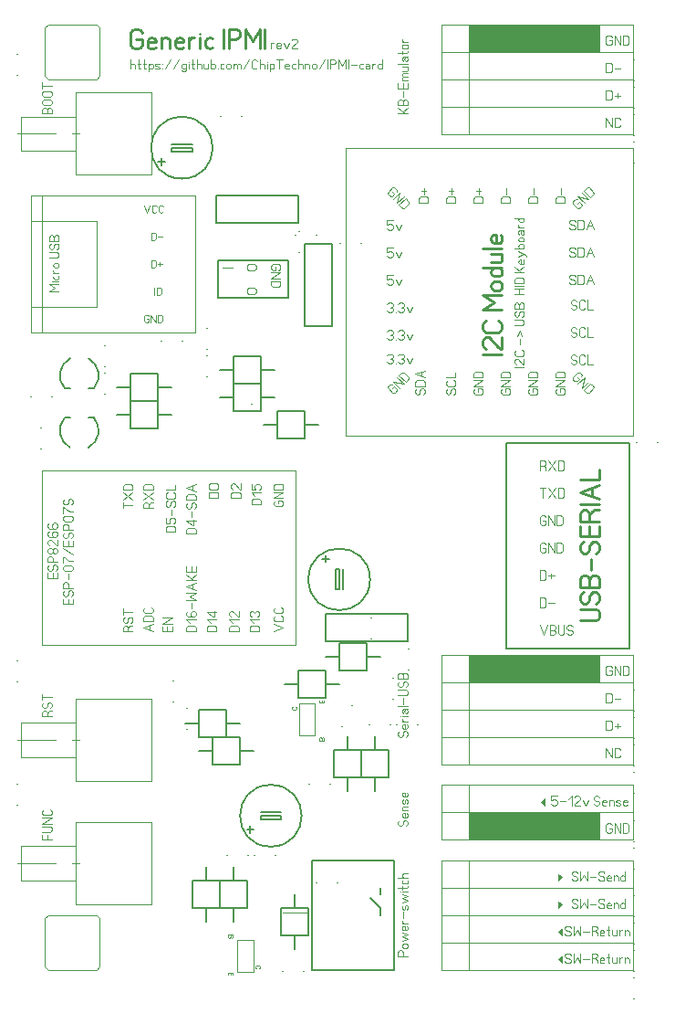
<source format=gbr>
%FSLAX34Y34*%
%MOMM*%
%LNCOPPER_BOTTOM*%
G71*
G01*
%ADD10C, 0.10*%
%ADD11C, 0.11*%
%ADD12C, 0.21*%
%ADD13C, 0.09*%
%ADD14C, 0.15*%
%ADD15C, 0.20*%
%ADD16C, 0.06*%
%ADD17C, 0.22*%
%LPD*%
G54D10*
X270237Y390020D02*
X35287Y390020D01*
X35287Y551944D01*
X270237Y551944D01*
X270237Y390020D01*
G54D11*
X119425Y519686D02*
X110536Y519686D01*
G54D11*
X110536Y517019D02*
X110536Y522353D01*
G54D11*
X110536Y524796D02*
X119425Y531463D01*
G54D11*
X119425Y524796D02*
X110536Y531463D01*
G54D11*
X119425Y533907D02*
X110536Y533907D01*
X110536Y537241D01*
X111091Y538574D01*
X112202Y539241D01*
X117758Y539241D01*
X118869Y538574D01*
X119425Y537241D01*
X119425Y533907D01*
G54D11*
X134030Y519686D02*
X135141Y521686D01*
X136252Y522353D01*
X138475Y522353D01*
G54D11*
X138475Y517019D02*
X129586Y517019D01*
X129586Y520353D01*
X130141Y521686D01*
X131252Y522353D01*
X132364Y522353D01*
X133475Y521686D01*
X134030Y520353D01*
X134030Y517019D01*
G54D11*
X129586Y524796D02*
X138475Y531463D01*
G54D11*
X138475Y524796D02*
X129586Y531463D01*
G54D11*
X138475Y533907D02*
X129586Y533907D01*
X129586Y537241D01*
X130141Y538574D01*
X131252Y539241D01*
X136808Y539241D01*
X137919Y538574D01*
X138475Y537241D01*
X138475Y533907D01*
G54D11*
X198800Y526544D02*
X189911Y526544D01*
X189911Y529878D01*
X190466Y531211D01*
X191577Y531878D01*
X197133Y531878D01*
X198244Y531211D01*
X198800Y529878D01*
X198800Y526544D01*
G54D11*
X191577Y539655D02*
X197133Y539655D01*
X198244Y538988D01*
X198800Y537655D01*
X198800Y536321D01*
X198244Y534988D01*
X197133Y534321D01*
X191577Y534321D01*
X190466Y534988D01*
X189911Y536321D01*
X189911Y537655D01*
X190466Y538988D01*
X191577Y539655D01*
G54D11*
X219437Y526544D02*
X210548Y526544D01*
X210548Y529878D01*
X211104Y531211D01*
X212215Y531878D01*
X217770Y531878D01*
X218882Y531211D01*
X219437Y529878D01*
X219437Y526544D01*
G54D11*
X219437Y539655D02*
X219437Y534321D01*
X218882Y534321D01*
X217770Y534988D01*
X214437Y538988D01*
X213326Y539655D01*
X212215Y539655D01*
X211104Y538988D01*
X210548Y537655D01*
X210548Y536321D01*
X211104Y534988D01*
X212215Y534321D01*
G54D11*
X238487Y520194D02*
X229598Y520194D01*
X229598Y523528D01*
X230154Y524861D01*
X231265Y525528D01*
X236820Y525528D01*
X237932Y524861D01*
X238487Y523528D01*
X238487Y520194D01*
G54D11*
X232932Y527971D02*
X229598Y531305D01*
X238487Y531305D01*
G54D11*
X229598Y539082D02*
X229598Y533748D01*
X233487Y533748D01*
X233487Y534415D01*
X232932Y535748D01*
X232932Y537082D01*
X233487Y538415D01*
X234598Y539082D01*
X236820Y539082D01*
X237932Y538415D01*
X238487Y537082D01*
X238487Y535748D01*
X237932Y534415D01*
X236820Y533748D01*
G54D11*
X254680Y521274D02*
X254680Y523940D01*
X257458Y523940D01*
X258569Y523274D01*
X259125Y521940D01*
X259125Y520607D01*
X258569Y519274D01*
X257458Y518607D01*
X251902Y518607D01*
X250791Y519274D01*
X250236Y520607D01*
X250236Y521940D01*
X250791Y523274D01*
X251902Y523940D01*
G54D11*
X259125Y526384D02*
X250236Y526384D01*
X259125Y531717D01*
X250236Y531717D01*
G54D11*
X259125Y534161D02*
X250236Y534161D01*
X250236Y537494D01*
X250791Y538828D01*
X251902Y539494D01*
X257458Y539494D01*
X258569Y538828D01*
X259125Y537494D01*
X259125Y534161D01*
G54D11*
X114980Y405386D02*
X116091Y407386D01*
X117202Y408053D01*
X119425Y408053D01*
G54D11*
X119425Y402720D02*
X110536Y402720D01*
X110536Y406053D01*
X111091Y407386D01*
X112202Y408053D01*
X113314Y408053D01*
X114425Y407386D01*
X114980Y406053D01*
X114980Y402720D01*
G54D11*
X117758Y410496D02*
X118869Y411163D01*
X119425Y412496D01*
X119425Y413830D01*
X118869Y415163D01*
X117758Y415830D01*
X116647Y415830D01*
X115536Y415163D01*
X114980Y413830D01*
X114980Y412496D01*
X114425Y411163D01*
X113314Y410496D01*
X112202Y410496D01*
X111091Y411163D01*
X110536Y412496D01*
X110536Y413830D01*
X111091Y415163D01*
X112202Y415830D01*
G54D11*
X119425Y420940D02*
X110536Y420940D01*
G54D11*
X110536Y418274D02*
X110536Y423607D01*
G54D11*
X138475Y402720D02*
X129586Y406053D01*
X138475Y409386D01*
G54D11*
X135141Y404053D02*
X135141Y408053D01*
G54D11*
X138475Y411830D02*
X129586Y411830D01*
X129586Y415164D01*
X130141Y416497D01*
X131252Y417164D01*
X136808Y417164D01*
X137919Y416497D01*
X138475Y415164D01*
X138475Y411830D01*
G54D11*
X136808Y424941D02*
X137919Y424274D01*
X138475Y422941D01*
X138475Y421608D01*
X137919Y420274D01*
X136808Y419608D01*
X131252Y419608D01*
X130141Y420274D01*
X129586Y421608D01*
X129586Y422941D01*
X130141Y424274D01*
X131252Y424941D01*
G54D11*
X155937Y407386D02*
X155937Y402720D01*
X147048Y402720D01*
X147048Y407386D01*
G54D11*
X151493Y402720D02*
X151493Y407386D01*
G54D11*
X155937Y409830D02*
X147048Y409830D01*
X155937Y415164D01*
X147048Y415164D01*
G54D11*
X178162Y402720D02*
X169273Y402720D01*
X169273Y406053D01*
X169829Y407386D01*
X170940Y408053D01*
X176496Y408053D01*
X177606Y407386D01*
X178162Y406053D01*
X178162Y402720D01*
G54D11*
X172606Y410496D02*
X169273Y413830D01*
X178162Y413830D01*
G54D11*
X170940Y421607D02*
X169829Y420940D01*
X169273Y419607D01*
X169273Y418274D01*
X169829Y416940D01*
X170940Y416274D01*
X173718Y416274D01*
X174273Y416274D01*
X173162Y418274D01*
X173162Y419607D01*
X173718Y420940D01*
X174829Y421607D01*
X176496Y421607D01*
X177606Y420940D01*
X178162Y419607D01*
X178162Y418274D01*
X177606Y416940D01*
X176496Y416274D01*
X173718Y416274D01*
G54D11*
X174273Y424050D02*
X174273Y429384D01*
G54D11*
X169273Y431828D02*
X178162Y431828D01*
X172606Y435161D01*
X178162Y438494D01*
X169273Y438494D01*
G54D11*
X178162Y440938D02*
X169273Y444272D01*
X178162Y447605D01*
G54D11*
X174829Y442272D02*
X174829Y446272D01*
G54D11*
X178162Y450050D02*
X169273Y450050D01*
G54D11*
X175384Y450050D02*
X169273Y455383D01*
G54D11*
X173718Y452050D02*
X178162Y455383D01*
G54D11*
X178162Y462493D02*
X178162Y457826D01*
X169273Y457826D01*
X169273Y462493D01*
G54D11*
X173718Y457826D02*
X173718Y462493D01*
G54D11*
X197212Y402720D02*
X188323Y402720D01*
X188323Y406053D01*
X188879Y407386D01*
X189990Y408053D01*
X195546Y408053D01*
X196656Y407386D01*
X197212Y406053D01*
X197212Y402720D01*
G54D11*
X191656Y410496D02*
X188323Y413830D01*
X197212Y413830D01*
G54D11*
X197212Y420274D02*
X188323Y420274D01*
X193879Y416274D01*
X194990Y416274D01*
X194990Y421607D01*
G54D11*
X217850Y402720D02*
X208961Y402720D01*
X208961Y406053D01*
X209516Y407386D01*
X210627Y408053D01*
X216183Y408053D01*
X217294Y407386D01*
X217850Y406053D01*
X217850Y402720D01*
G54D11*
X212294Y410496D02*
X208961Y413830D01*
X217850Y413830D01*
G54D11*
X217850Y421607D02*
X217850Y416274D01*
X217294Y416274D01*
X216183Y416940D01*
X212850Y420940D01*
X211738Y421607D01*
X210627Y421607D01*
X209516Y420940D01*
X208961Y419607D01*
X208961Y418274D01*
X209516Y416940D01*
X210627Y416274D01*
G54D11*
X236900Y402720D02*
X228011Y402720D01*
X228011Y406053D01*
X228566Y407386D01*
X229677Y408053D01*
X235233Y408053D01*
X236344Y407386D01*
X236900Y406053D01*
X236900Y402720D01*
G54D11*
X231344Y410496D02*
X228011Y413830D01*
X236900Y413830D01*
G54D11*
X229677Y416274D02*
X228566Y416940D01*
X228011Y418274D01*
X228011Y419607D01*
X228566Y420940D01*
X229677Y421607D01*
X230788Y421607D01*
X231900Y420940D01*
X232455Y419607D01*
X233011Y420940D01*
X234122Y421607D01*
X235233Y421607D01*
X236344Y420940D01*
X236900Y419607D01*
X236900Y418274D01*
X236344Y416940D01*
X235233Y416274D01*
G54D11*
X250236Y402720D02*
X259125Y406053D01*
X250236Y409386D01*
G54D11*
X257458Y417164D02*
X258569Y416497D01*
X259125Y415164D01*
X259125Y413830D01*
X258569Y412497D01*
X257458Y411830D01*
X251902Y411830D01*
X250791Y412497D01*
X250236Y413830D01*
X250236Y415164D01*
X250791Y416497D01*
X251902Y417164D01*
G54D11*
X257458Y424941D02*
X258569Y424274D01*
X259125Y422941D01*
X259125Y421608D01*
X258569Y420274D01*
X257458Y419608D01*
X251902Y419608D01*
X250791Y420274D01*
X250236Y421608D01*
X250236Y422941D01*
X250791Y424274D01*
X251902Y424941D01*
G54D11*
X159112Y494794D02*
X150223Y494794D01*
X150223Y498128D01*
X150779Y499461D01*
X151890Y500128D01*
X157446Y500128D01*
X158556Y499461D01*
X159112Y498128D01*
X159112Y494794D01*
G54D11*
X150223Y507905D02*
X150223Y502572D01*
X154112Y502572D01*
X154112Y503238D01*
X153556Y504572D01*
X153556Y505905D01*
X154112Y507238D01*
X155223Y507905D01*
X157446Y507905D01*
X158556Y507238D01*
X159112Y505905D01*
X159112Y504572D01*
X158556Y503238D01*
X157446Y502572D01*
G54D11*
X155223Y510348D02*
X155223Y515682D01*
G54D11*
X157446Y518125D02*
X158556Y518792D01*
X159112Y520125D01*
X159112Y521459D01*
X158556Y522792D01*
X157446Y523459D01*
X156334Y523459D01*
X155223Y522792D01*
X154668Y521459D01*
X154668Y520125D01*
X154112Y518792D01*
X153001Y518125D01*
X151890Y518125D01*
X150779Y518792D01*
X150223Y520125D01*
X150223Y521459D01*
X150779Y522792D01*
X151890Y523459D01*
G54D11*
X157446Y531236D02*
X158556Y530569D01*
X159112Y529236D01*
X159112Y527902D01*
X158556Y526569D01*
X157446Y525902D01*
X151890Y525902D01*
X150779Y526569D01*
X150223Y527902D01*
X150223Y529236D01*
X150779Y530569D01*
X151890Y531236D01*
G54D11*
X150223Y533679D02*
X159112Y533679D01*
X159112Y538346D01*
G54D11*
X178162Y493207D02*
X169273Y493207D01*
X169273Y496540D01*
X169829Y497874D01*
X170940Y498540D01*
X176496Y498540D01*
X177606Y497874D01*
X178162Y496540D01*
X178162Y493207D01*
G54D11*
X178162Y504984D02*
X169273Y504984D01*
X174829Y500984D01*
X175940Y500984D01*
X175940Y506317D01*
G54D11*
X174273Y508761D02*
X174273Y514094D01*
G54D11*
X176496Y516538D02*
X177606Y517205D01*
X178162Y518538D01*
X178162Y519871D01*
X177606Y521205D01*
X176496Y521871D01*
X175384Y521871D01*
X174273Y521205D01*
X173718Y519871D01*
X173718Y518538D01*
X173162Y517205D01*
X172051Y516538D01*
X170940Y516538D01*
X169829Y517205D01*
X169273Y518538D01*
X169273Y519871D01*
X169829Y521205D01*
X170940Y521871D01*
G54D11*
X178162Y524315D02*
X169273Y524315D01*
X169273Y527648D01*
X169829Y528982D01*
X170940Y529648D01*
X176496Y529648D01*
X177606Y528982D01*
X178162Y527648D01*
X178162Y524315D01*
G54D11*
X178162Y532092D02*
X169273Y535425D01*
X178162Y538759D01*
G54D11*
X174829Y533425D02*
X174829Y537425D01*
G54D11*
X49575Y456599D02*
X49575Y451932D01*
X40686Y451932D01*
X40686Y456599D01*
G54D11*
X45130Y451932D02*
X45130Y456599D01*
G54D11*
X47908Y459043D02*
X49019Y459710D01*
X49575Y461043D01*
X49575Y462376D01*
X49019Y463710D01*
X47908Y464376D01*
X46797Y464376D01*
X45686Y463710D01*
X45130Y462376D01*
X45130Y461043D01*
X44575Y459710D01*
X43464Y459043D01*
X42352Y459043D01*
X41241Y459710D01*
X40686Y461043D01*
X40686Y462376D01*
X41241Y463710D01*
X42352Y464376D01*
G54D11*
X49575Y466820D02*
X40686Y466820D01*
X40686Y470153D01*
X41241Y471487D01*
X42352Y472153D01*
X43464Y472153D01*
X44575Y471487D01*
X45130Y470153D01*
X45130Y466820D01*
G54D11*
X45130Y477930D02*
X45130Y476597D01*
X44575Y475264D01*
X43464Y474597D01*
X42352Y474597D01*
X41241Y475264D01*
X40686Y476597D01*
X40686Y477930D01*
X41241Y479264D01*
X42352Y479930D01*
X43464Y479930D01*
X44575Y479264D01*
X45130Y477930D01*
X45686Y479264D01*
X46797Y479930D01*
X47908Y479930D01*
X49019Y479264D01*
X49575Y477930D01*
X49575Y476597D01*
X49019Y475264D01*
X47908Y474597D01*
X46797Y474597D01*
X45686Y475264D01*
X45130Y476597D01*
G54D11*
X49575Y487707D02*
X49575Y482374D01*
X49019Y482374D01*
X47908Y483041D01*
X44575Y487041D01*
X43464Y487707D01*
X42352Y487707D01*
X41241Y487041D01*
X40686Y485707D01*
X40686Y484374D01*
X41241Y483041D01*
X42352Y482374D01*
G54D11*
X42352Y495484D02*
X41241Y494818D01*
X40686Y493484D01*
X40686Y492151D01*
X41241Y490818D01*
X42352Y490151D01*
X45130Y490151D01*
X45686Y490151D01*
X44575Y492151D01*
X44575Y493484D01*
X45130Y494818D01*
X46241Y495484D01*
X47908Y495484D01*
X49019Y494818D01*
X49575Y493484D01*
X49575Y492151D01*
X49019Y490818D01*
X47908Y490151D01*
X45130Y490151D01*
G54D11*
X42352Y503261D02*
X41241Y502595D01*
X40686Y501261D01*
X40686Y499928D01*
X41241Y498595D01*
X42352Y497928D01*
X45130Y497928D01*
X45686Y497928D01*
X44575Y499928D01*
X44575Y501261D01*
X45130Y502595D01*
X46241Y503261D01*
X47908Y503261D01*
X49019Y502595D01*
X49575Y501261D01*
X49575Y499928D01*
X49019Y498595D01*
X47908Y497928D01*
X45130Y497928D01*
G54D11*
X63862Y432786D02*
X63862Y428120D01*
X54973Y428120D01*
X54973Y432786D01*
G54D11*
X59418Y428120D02*
X59418Y432786D01*
G54D11*
X62196Y435230D02*
X63306Y435897D01*
X63862Y437230D01*
X63862Y438564D01*
X63306Y439897D01*
X62196Y440564D01*
X61084Y440564D01*
X59973Y439897D01*
X59418Y438564D01*
X59418Y437230D01*
X58862Y435897D01*
X57751Y435230D01*
X56640Y435230D01*
X55529Y435897D01*
X54973Y437230D01*
X54973Y438564D01*
X55529Y439897D01*
X56640Y440564D01*
G54D11*
X63862Y443008D02*
X54973Y443008D01*
X54973Y446341D01*
X55529Y447674D01*
X56640Y448341D01*
X57751Y448341D01*
X58862Y447674D01*
X59418Y446341D01*
X59418Y443008D01*
G54D11*
X59973Y450784D02*
X59973Y456118D01*
G54D11*
X56640Y463895D02*
X62196Y463895D01*
X63306Y463228D01*
X63862Y461895D01*
X63862Y460562D01*
X63306Y459228D01*
X62196Y458562D01*
X56640Y458562D01*
X55529Y459228D01*
X54973Y460562D01*
X54973Y461895D01*
X55529Y463228D01*
X56640Y463895D01*
G54D11*
X54973Y466338D02*
X54973Y471672D01*
X56084Y471005D01*
X57751Y469672D01*
X59973Y468338D01*
X61640Y467672D01*
X63862Y467672D01*
G54D11*
X63862Y474116D02*
X54973Y479449D01*
G54D11*
X63862Y486559D02*
X63862Y481892D01*
X54973Y481892D01*
X54973Y486559D01*
G54D11*
X59418Y481892D02*
X59418Y486559D01*
G54D11*
X62196Y489004D02*
X63306Y489670D01*
X63862Y491004D01*
X63862Y492337D01*
X63306Y493670D01*
X62196Y494337D01*
X61084Y494337D01*
X59973Y493670D01*
X59418Y492337D01*
X59418Y491004D01*
X58862Y489670D01*
X57751Y489004D01*
X56640Y489004D01*
X55529Y489670D01*
X54973Y491004D01*
X54973Y492337D01*
X55529Y493670D01*
X56640Y494337D01*
G54D11*
X63862Y496780D02*
X54973Y496780D01*
X54973Y500114D01*
X55529Y501447D01*
X56640Y502114D01*
X57751Y502114D01*
X58862Y501447D01*
X59418Y500114D01*
X59418Y496780D01*
G54D11*
X56640Y509891D02*
X62196Y509891D01*
X63306Y509224D01*
X63862Y507891D01*
X63862Y506558D01*
X63306Y505224D01*
X62196Y504558D01*
X56640Y504558D01*
X55529Y505224D01*
X54973Y506558D01*
X54973Y507891D01*
X55529Y509224D01*
X56640Y509891D01*
G54D11*
X54973Y512334D02*
X54973Y517668D01*
X56084Y517001D01*
X57751Y515668D01*
X59973Y514334D01*
X61640Y513668D01*
X63862Y513668D01*
G54D11*
X62196Y520111D02*
X63306Y520778D01*
X63862Y522111D01*
X63862Y523445D01*
X63306Y524778D01*
X62196Y525445D01*
X61084Y525445D01*
X59973Y524778D01*
X59418Y523445D01*
X59418Y522111D01*
X58862Y520778D01*
X57751Y520111D01*
X56640Y520111D01*
X55529Y520778D01*
X54973Y522111D01*
X54973Y523445D01*
X55529Y524778D01*
X56640Y525445D01*
G54D12*
X34787Y591625D02*
X34787Y591625D01*
G54D12*
X34787Y572125D02*
X34787Y572125D01*
G54D10*
X12700Y302022D02*
X47625Y302022D01*
G54D10*
X117475Y340122D02*
X66675Y340122D01*
G54D10*
X117475Y263922D02*
X66675Y263922D01*
X66675Y340122D01*
G54D10*
X117475Y340122D02*
X136525Y340122D01*
X136525Y263922D01*
X117475Y263922D01*
G54D10*
X69850Y302022D02*
X63500Y302022D01*
G54D10*
X15875Y317897D02*
X15875Y286147D01*
G54D10*
X15875Y317897D02*
X66675Y317897D01*
G54D10*
X15875Y286147D02*
X66675Y286147D01*
G54D12*
X12267Y375725D02*
X12267Y375725D01*
G54D12*
X12267Y356225D02*
X12267Y356225D01*
G54D10*
X12700Y187722D02*
X47625Y187722D01*
G54D10*
X117475Y225822D02*
X66675Y225822D01*
G54D10*
X117475Y149622D02*
X66675Y149622D01*
X66675Y225822D01*
G54D10*
X117475Y225822D02*
X136525Y225822D01*
X136525Y149622D01*
X117475Y149622D01*
G54D10*
X69850Y187722D02*
X63500Y187722D01*
G54D10*
X15875Y203597D02*
X15875Y171847D01*
G54D10*
X15875Y203597D02*
X66675Y203597D01*
G54D10*
X15875Y171847D02*
X66675Y171847D01*
G54D12*
X12267Y261425D02*
X12267Y261425D01*
G54D12*
X12267Y241925D02*
X12267Y241925D01*
G54D10*
X12700Y863997D02*
X47625Y863997D01*
G54D10*
X117475Y902097D02*
X66675Y902097D01*
G54D10*
X117475Y825897D02*
X66675Y825897D01*
X66675Y902097D01*
G54D10*
X117475Y902097D02*
X136525Y902097D01*
X136525Y825897D01*
X117475Y825897D01*
G54D10*
X69850Y863997D02*
X63500Y863997D01*
G54D10*
X15875Y879872D02*
X15875Y848122D01*
G54D10*
X15875Y879872D02*
X66675Y879872D01*
G54D10*
X15875Y848122D02*
X66675Y848122D01*
G54D12*
X12267Y937700D02*
X12267Y937700D01*
G54D12*
X12267Y918200D02*
X12267Y918200D01*
G54D10*
X177800Y806450D02*
X177800Y679450D01*
X25400Y679450D01*
X25400Y806450D01*
X177800Y806450D01*
G54D10*
X34925Y806450D02*
X34925Y679450D01*
G54D10*
X85725Y782638D02*
X85725Y703262D01*
G54D10*
X85725Y782638D02*
X25400Y782638D01*
G54D10*
X85725Y703262D02*
X25400Y703262D01*
G54D13*
X130175Y797686D02*
X132842Y790575D01*
X135508Y797686D01*
G54D13*
X141731Y791908D02*
X141197Y791020D01*
X140131Y790575D01*
X139064Y790575D01*
X137997Y791020D01*
X137464Y791908D01*
X137464Y796353D01*
X137997Y797242D01*
X139064Y797686D01*
X140131Y797686D01*
X141197Y797242D01*
X141731Y796353D01*
G54D13*
X147954Y791908D02*
X147420Y791020D01*
X146354Y790575D01*
X145287Y790575D01*
X144220Y791020D01*
X143687Y791908D01*
X143687Y796353D01*
X144220Y797242D01*
X145287Y797686D01*
X146354Y797686D01*
X147420Y797242D01*
X147954Y796353D01*
G54D13*
X136525Y765175D02*
X136525Y772286D01*
X139192Y772286D01*
X140258Y771842D01*
X140792Y770953D01*
X140792Y766508D01*
X140258Y765620D01*
X139192Y765175D01*
X136525Y765175D01*
G54D13*
X142748Y768286D02*
X147015Y768286D01*
G54D13*
X136525Y739775D02*
X136525Y746886D01*
X139192Y746886D01*
X140258Y746442D01*
X140792Y745553D01*
X140792Y741108D01*
X140258Y740219D01*
X139192Y739775D01*
X136525Y739775D01*
G54D13*
X142748Y742886D02*
X147015Y742886D01*
G54D13*
X144881Y744664D02*
X144881Y741108D01*
G54D13*
X139700Y714375D02*
X139700Y721486D01*
G54D13*
X141656Y714375D02*
X141656Y721486D01*
X144323Y721486D01*
X145389Y721042D01*
X145923Y720153D01*
X145923Y715708D01*
X145389Y714820D01*
X144323Y714375D01*
X141656Y714375D01*
G54D13*
X132308Y692530D02*
X134442Y692530D01*
X134442Y690308D01*
X133908Y689420D01*
X132842Y688975D01*
X131775Y688975D01*
X130708Y689420D01*
X130175Y690308D01*
X130175Y694753D01*
X130708Y695642D01*
X131775Y696086D01*
X132842Y696086D01*
X133908Y695642D01*
X134442Y694753D01*
G54D13*
X136398Y688975D02*
X136398Y696086D01*
X140665Y688975D01*
X140665Y696086D01*
G54D13*
X142621Y688975D02*
X142621Y696086D01*
X145288Y696086D01*
X146354Y695642D01*
X146888Y694753D01*
X146888Y690308D01*
X146354Y689420D01*
X145288Y688975D01*
X142621Y688975D01*
G54D11*
X50800Y717550D02*
X41911Y717550D01*
X47467Y720883D01*
X41911Y724217D01*
X50800Y724217D01*
G54D11*
X50800Y726661D02*
X45800Y726661D01*
G54D11*
X44133Y726661D02*
X44133Y726661D01*
G54D11*
X46133Y732438D02*
X45800Y731105D01*
X46133Y729772D01*
X47244Y729105D01*
X49467Y729105D01*
X50578Y729772D01*
X50800Y731105D01*
X50578Y732438D01*
G54D11*
X50800Y734882D02*
X45800Y734882D01*
G54D11*
X46911Y734882D02*
X45800Y736215D01*
X45800Y737549D01*
G54D11*
X49467Y743993D02*
X47244Y743993D01*
X46133Y743326D01*
X45800Y741993D01*
X46133Y740660D01*
X47244Y739993D01*
X49467Y739993D01*
X50578Y740660D01*
X50800Y741993D01*
X50578Y743326D01*
X49467Y743993D01*
G54D11*
X41911Y749014D02*
X49133Y749014D01*
X50244Y749681D01*
X50800Y751014D01*
X50800Y752347D01*
X50244Y753681D01*
X49133Y754347D01*
X41911Y754347D01*
G54D11*
X49133Y756791D02*
X50244Y757458D01*
X50800Y758791D01*
X50800Y760124D01*
X50244Y761458D01*
X49133Y762124D01*
X48022Y762124D01*
X46911Y761458D01*
X46356Y760124D01*
X46356Y758791D01*
X45800Y757458D01*
X44689Y756791D01*
X43578Y756791D01*
X42467Y757458D01*
X41911Y758791D01*
X41911Y760124D01*
X42467Y761458D01*
X43578Y762124D01*
G54D11*
X50800Y764568D02*
X41911Y764568D01*
X41911Y767901D01*
X42467Y769235D01*
X43578Y769901D01*
X44689Y769901D01*
X45800Y769235D01*
X46356Y767901D01*
X46911Y769235D01*
X48022Y769901D01*
X49133Y769901D01*
X50244Y769235D01*
X50800Y767901D01*
X50800Y764568D01*
G54D11*
X46356Y764568D02*
X46356Y767901D01*
G54D12*
X165300Y672450D02*
X165300Y672450D01*
G54D12*
X145800Y672450D02*
X145800Y672450D01*
G54D14*
X465832Y577317D02*
X465832Y386817D01*
G54D14*
X465832Y386817D02*
X580132Y386817D01*
G54D14*
X465832Y577317D02*
X580132Y577317D01*
X580132Y386817D01*
G54D11*
X500249Y556362D02*
X502249Y555250D01*
X502915Y554139D01*
X502915Y551917D01*
G54D11*
X497582Y551917D02*
X497582Y560806D01*
X500915Y560806D01*
X502249Y560250D01*
X502915Y559139D01*
X502915Y558028D01*
X502249Y556917D01*
X500915Y556362D01*
X497582Y556362D01*
G54D11*
X505359Y560806D02*
X512026Y551917D01*
G54D11*
X505359Y551917D02*
X512026Y560806D01*
G54D11*
X514470Y551917D02*
X514470Y560806D01*
X517803Y560806D01*
X519137Y560250D01*
X519803Y559139D01*
X519803Y553584D01*
X519137Y552473D01*
X517803Y551917D01*
X514470Y551917D01*
G54D11*
X500249Y526517D02*
X500249Y535406D01*
G54D11*
X497582Y535406D02*
X502915Y535406D01*
G54D11*
X505359Y535406D02*
X512026Y526517D01*
G54D11*
X505359Y526517D02*
X512026Y535406D01*
G54D11*
X514470Y526517D02*
X514470Y535406D01*
X517803Y535406D01*
X519137Y534850D01*
X519803Y533739D01*
X519803Y528184D01*
X519137Y527073D01*
X517803Y526517D01*
X514470Y526517D01*
G54D11*
X500249Y505562D02*
X502915Y505562D01*
X502915Y502784D01*
X502249Y501673D01*
X500916Y501117D01*
X499582Y501117D01*
X498249Y501673D01*
X497582Y502784D01*
X497582Y508339D01*
X498249Y509450D01*
X499582Y510006D01*
X500916Y510006D01*
X502249Y509450D01*
X502915Y508339D01*
G54D11*
X505359Y501117D02*
X505359Y510006D01*
X510692Y501117D01*
X510693Y510006D01*
G54D11*
X513136Y501117D02*
X513136Y510006D01*
X516470Y510006D01*
X517803Y509450D01*
X518470Y508339D01*
X518470Y502784D01*
X517803Y501673D01*
X516470Y501117D01*
X513136Y501117D01*
G54D11*
X500249Y480162D02*
X502915Y480162D01*
X502915Y477384D01*
X502249Y476273D01*
X500915Y475717D01*
X499582Y475717D01*
X498249Y476272D01*
X497582Y477384D01*
X497582Y482939D01*
X498249Y484050D01*
X499582Y484606D01*
X500915Y484606D01*
X502249Y484050D01*
X502915Y482939D01*
G54D11*
X505359Y475717D02*
X505359Y484606D01*
X510692Y475717D01*
X510692Y484606D01*
G54D11*
X513136Y475717D02*
X513136Y484606D01*
X516469Y484606D01*
X517803Y484050D01*
X518469Y482939D01*
X518469Y477384D01*
X517803Y476272D01*
X516469Y475717D01*
X513136Y475717D01*
G54D11*
X497582Y450317D02*
X497582Y459206D01*
X500915Y459206D01*
X502249Y458650D01*
X502915Y457539D01*
X502915Y451984D01*
X502249Y450873D01*
X500915Y450317D01*
X497582Y450317D01*
G54D11*
X505359Y454206D02*
X510692Y454206D01*
G54D11*
X508026Y456428D02*
X508026Y451984D01*
G54D11*
X497582Y424917D02*
X497582Y433806D01*
X500915Y433806D01*
X502249Y433250D01*
X502915Y432139D01*
X502915Y426584D01*
X502249Y425472D01*
X500915Y424917D01*
X497582Y424917D01*
G54D11*
X505359Y428806D02*
X510692Y428806D01*
G54D11*
X497582Y408406D02*
X500916Y399517D01*
X504249Y408406D01*
G54D11*
X506693Y399517D02*
X506693Y408406D01*
X510027Y408406D01*
X511360Y407850D01*
X512026Y406739D01*
X512026Y405628D01*
X511360Y404517D01*
X510026Y403962D01*
X511360Y403406D01*
X512026Y402295D01*
X512026Y401184D01*
X511360Y400072D01*
X510027Y399517D01*
X506693Y399517D01*
G54D11*
X506693Y403962D02*
X510026Y403962D01*
G54D11*
X514470Y408406D02*
X514470Y401184D01*
X515137Y400072D01*
X516470Y399517D01*
X517804Y399517D01*
X519137Y400072D01*
X519804Y401184D01*
X519804Y408406D01*
G54D11*
X522247Y401184D02*
X522914Y400072D01*
X524247Y399517D01*
X525580Y399517D01*
X526914Y400073D01*
X527580Y401184D01*
X527580Y402295D01*
X526914Y403406D01*
X525580Y403962D01*
X524247Y403962D01*
X522914Y404517D01*
X522247Y405628D01*
X522247Y406739D01*
X522914Y407850D01*
X524247Y408406D01*
X525580Y408406D01*
X526914Y407850D01*
X527580Y406739D01*
G54D12*
X606882Y578067D02*
X606882Y578067D01*
G54D12*
X587382Y578067D02*
X587382Y578067D01*
G54D14*
X263500Y711500D02*
X263500Y746500D01*
X198500Y746500D01*
X198500Y711500D01*
X263500Y711500D01*
G54D12*
X290250Y770500D02*
X290250Y770500D01*
G54D12*
X270750Y770500D02*
X270750Y770500D01*
G54D11*
X232647Y715392D02*
X227092Y715392D01*
X225980Y716058D01*
X225425Y717392D01*
X225425Y718725D01*
X225980Y720058D01*
X227092Y720725D01*
X232647Y720725D01*
X233758Y720058D01*
X234314Y718725D01*
X234314Y717392D01*
X233758Y716058D01*
X232647Y715392D01*
G54D11*
X252094Y740283D02*
X252094Y737617D01*
X249317Y737617D01*
X248206Y738283D01*
X247650Y739617D01*
X247650Y740950D01*
X248206Y742283D01*
X249317Y742950D01*
X254872Y742950D01*
X255983Y742283D01*
X256539Y740950D01*
X256539Y739617D01*
X255983Y738283D01*
X254872Y737617D01*
G54D11*
X247650Y735173D02*
X256539Y735173D01*
X247650Y729840D01*
X256539Y729840D01*
G54D11*
X247650Y727396D02*
X256539Y727396D01*
X256539Y724063D01*
X255983Y722729D01*
X254872Y722063D01*
X249317Y722063D01*
X248206Y722729D01*
X247650Y724063D01*
X247650Y727396D01*
G54D11*
X232647Y737617D02*
X227092Y737617D01*
X225980Y738283D01*
X225425Y739617D01*
X225425Y740950D01*
X225980Y742283D01*
X227092Y742950D01*
X232647Y742950D01*
X233758Y742283D01*
X234314Y740950D01*
X234314Y739617D01*
X233758Y738283D01*
X232647Y737617D01*
G54D11*
X203200Y739775D02*
X212089Y739775D01*
G54D10*
X431800Y965200D02*
X431800Y939800D01*
X406400Y939800D01*
X406400Y965200D01*
X431800Y965200D01*
G54D10*
X431800Y939800D02*
X584200Y939800D01*
X584200Y965200D01*
X431800Y965200D01*
G54D12*
X584700Y913300D02*
X584700Y913300D01*
G54D12*
X584700Y932800D02*
X584700Y932800D01*
G54D10*
X431800Y939800D02*
X431800Y914400D01*
X406400Y914400D01*
X406400Y939800D01*
X431800Y939800D01*
G54D10*
X431800Y914400D02*
X584200Y914400D01*
X584200Y939800D01*
X431800Y939800D01*
G54D12*
X584700Y887900D02*
X584700Y887900D01*
G54D12*
X584700Y907400D02*
X584700Y907400D01*
G54D10*
X431800Y914400D02*
X431800Y889000D01*
X406400Y889000D01*
X406400Y914400D01*
X431800Y914400D01*
G54D10*
X431800Y889000D02*
X584200Y889000D01*
X584200Y914400D01*
X431800Y914400D01*
G54D12*
X584700Y862500D02*
X584700Y862500D01*
G54D12*
X584700Y882000D02*
X584700Y882000D01*
G54D10*
X431800Y889000D02*
X431800Y863600D01*
X406400Y863600D01*
X406400Y889000D01*
X431800Y889000D01*
G54D10*
X431800Y863600D02*
X584200Y863600D01*
X584200Y889000D01*
X431800Y889000D01*
G54D12*
X584700Y837100D02*
X584700Y837100D01*
G54D12*
X584700Y856600D02*
X584700Y856600D01*
G54D10*
X431800Y190500D02*
X431800Y165100D01*
X406400Y165100D01*
X406400Y190500D01*
X431800Y190500D01*
G54D10*
X431800Y165100D02*
X584200Y165100D01*
X584200Y190500D01*
X431800Y190500D01*
G54D12*
X584700Y138600D02*
X584700Y138600D01*
G54D12*
X584700Y158100D02*
X584700Y158100D01*
G54D10*
X431800Y165100D02*
X431800Y139700D01*
X406400Y139700D01*
X406400Y165100D01*
X431800Y165100D01*
G54D10*
X431800Y139700D02*
X584200Y139700D01*
X584200Y165100D01*
X431800Y165100D01*
G54D12*
X584700Y113200D02*
X584700Y113200D01*
G54D12*
X584700Y132700D02*
X584700Y132700D01*
G54D10*
X431800Y139700D02*
X431800Y114300D01*
X406400Y114300D01*
X406400Y139700D01*
X431800Y139700D01*
G54D10*
X431800Y114300D02*
X584200Y114300D01*
X584200Y139700D01*
X431800Y139700D01*
G54D12*
X584700Y87800D02*
X584700Y87800D01*
G54D12*
X584700Y107300D02*
X584700Y107300D01*
G54D10*
X431800Y114300D02*
X431800Y88900D01*
X406400Y88900D01*
X406400Y114300D01*
X431800Y114300D01*
G54D10*
X431800Y88900D02*
X584200Y88900D01*
X584200Y114300D01*
X431800Y114300D01*
G54D12*
X584700Y62400D02*
X584700Y62400D01*
G54D12*
X584700Y81900D02*
X584700Y81900D01*
G54D10*
X431800Y260350D02*
X431800Y234950D01*
X406400Y234950D01*
X406400Y260350D01*
X431800Y260350D01*
G54D10*
X431800Y234950D02*
X584200Y234950D01*
X584200Y260350D01*
X431800Y260350D01*
G54D12*
X584700Y208450D02*
X584700Y208450D01*
G54D12*
X584700Y227950D02*
X584700Y227950D01*
G54D10*
X431800Y234950D02*
X431800Y209550D01*
X406400Y209550D01*
X406400Y234950D01*
X431800Y234950D01*
G54D10*
X431800Y209550D02*
X584200Y209550D01*
X584200Y234950D01*
X431800Y234950D01*
G54D12*
X584700Y183050D02*
X584700Y183050D01*
G54D12*
X584700Y202550D02*
X584700Y202550D01*
G54D14*
X174600Y850900D02*
X174600Y847700D01*
X155600Y847700D01*
X155600Y850900D01*
X174600Y850900D01*
G54D14*
G75*
G01X165100Y822300D02*
G03X165100Y822300I0J28600D01*
G01*
G54D14*
X149200Y838200D02*
X142900Y838200D01*
G54D14*
X146000Y841400D02*
X146000Y835000D01*
G54D14*
X174600Y854100D02*
X155600Y854100D01*
G54D12*
X220289Y880250D02*
X220289Y880250D01*
G54D12*
X200789Y880250D02*
X200789Y880250D01*
G54D14*
X273050Y781050D02*
X273050Y806450D01*
X196850Y806450D01*
X196850Y781050D01*
X273050Y781050D01*
G54D12*
X273800Y754300D02*
X273800Y754300D01*
G54D12*
X273800Y773800D02*
X273800Y773800D01*
G54D14*
X311150Y441350D02*
X307950Y441350D01*
X307950Y460350D01*
X311150Y460350D01*
X311150Y441350D01*
G54D14*
G75*
G01X282550Y450850D02*
G03X282550Y450850I28600J0D01*
G01*
G54D14*
X298450Y466750D02*
X298450Y473050D01*
G54D14*
X301650Y469950D02*
X295250Y469950D01*
G54D14*
X314350Y441350D02*
X314350Y460350D01*
G54D12*
X340500Y395661D02*
X340500Y395661D01*
G54D12*
X340500Y415161D02*
X340500Y415161D01*
G54D14*
X374650Y393700D02*
X374650Y419100D01*
X298450Y419100D01*
X298450Y393700D01*
X374650Y393700D01*
G54D12*
X375400Y366950D02*
X375400Y366950D01*
G54D12*
X375400Y386450D02*
X375400Y386450D01*
G54D15*
X285750Y88900D02*
X285750Y190500D01*
X361950Y190500D01*
X361950Y88900D01*
X285750Y88900D01*
G54D15*
X349250Y139700D02*
X349250Y146050D01*
X339725Y155575D01*
G54D15*
X349250Y158750D02*
X349250Y165100D01*
G54D12*
X258750Y87900D02*
X258750Y87900D01*
G54D12*
X278250Y87900D02*
X278250Y87900D01*
G54D14*
X206375Y330200D02*
X206375Y304800D01*
X180975Y304800D01*
X180975Y330200D01*
X206375Y330200D01*
G54D14*
X219075Y317500D02*
X206375Y317500D01*
G54D14*
X180975Y317500D02*
X168275Y317500D01*
G54D12*
X156925Y356950D02*
X156925Y356950D01*
G54D12*
X156925Y337450D02*
X156925Y337450D01*
G54D14*
X219075Y304800D02*
X219075Y279400D01*
X193675Y279400D01*
X193675Y304800D01*
X219075Y304800D01*
G54D14*
X231775Y292100D02*
X219075Y292100D01*
G54D14*
X193675Y292100D02*
X180975Y292100D01*
G54D12*
X169625Y331550D02*
X169625Y331550D01*
G54D12*
X169625Y312050D02*
X169625Y312050D01*
G54D14*
X238125Y657225D02*
X238125Y631825D01*
X212725Y631825D01*
X212725Y657225D01*
X238125Y657225D01*
G54D14*
X250825Y644525D02*
X238125Y644525D01*
G54D14*
X212725Y644525D02*
X200025Y644525D01*
G54D12*
X188675Y683975D02*
X188675Y683975D01*
G54D12*
X188675Y664475D02*
X188675Y664475D01*
G54D14*
X238125Y631825D02*
X238125Y606425D01*
X212725Y606425D01*
X212725Y631825D01*
X238125Y631825D01*
G54D14*
X250825Y619125D02*
X238125Y619125D01*
G54D14*
X212725Y619125D02*
X200025Y619125D01*
G54D12*
X188675Y658575D02*
X188675Y658575D01*
G54D12*
X188675Y639075D02*
X188675Y639075D01*
G54D14*
G75*
G01X61400Y655743D02*
G03X56473Y627806I8450J-15893D01*
G01*
G54D14*
G75*
G01X83639Y628280D02*
G03X78300Y655743I-13789J11570D01*
G01*
G54D14*
X56350Y627850D02*
X61150Y627850D01*
G54D14*
X83350Y627950D02*
X78550Y627950D01*
G54D12*
X25126Y620650D02*
X25126Y620650D01*
G54D12*
X44626Y620650D02*
X44626Y620650D01*
G54D14*
G75*
G01X78300Y572982D02*
G03X83227Y600919I-8450J15893D01*
G01*
G54D14*
G75*
G01X56061Y600445D02*
G03X61400Y572982I13789J-11570D01*
G01*
G54D14*
X83350Y600875D02*
X78550Y600875D01*
G54D14*
X56350Y600775D02*
X61150Y600775D01*
G54D14*
X142875Y615950D02*
X142875Y590550D01*
X117475Y590550D01*
X117475Y615950D01*
X142875Y615950D01*
G54D14*
X155575Y603250D02*
X142875Y603250D01*
G54D14*
X117475Y603250D02*
X104775Y603250D01*
G54D12*
X93425Y642700D02*
X93425Y642700D01*
G54D12*
X93425Y623200D02*
X93425Y623200D01*
G54D14*
X142875Y641350D02*
X142875Y615950D01*
X117475Y615950D01*
X117475Y641350D01*
X142875Y641350D01*
G54D14*
X155575Y628650D02*
X142875Y628650D01*
G54D14*
X117475Y628650D02*
X104775Y628650D01*
G54D12*
X93425Y668100D02*
X93425Y668100D01*
G54D12*
X93425Y648600D02*
X93425Y648600D01*
G54D10*
X273652Y306266D02*
X273652Y335635D01*
X288733Y335635D01*
X288733Y306266D01*
X273652Y306266D01*
G54D16*
X297067Y301503D02*
X292623Y301503D01*
X292623Y303170D01*
X292900Y303837D01*
X293456Y304170D01*
X294012Y304170D01*
X294567Y303837D01*
X294845Y303170D01*
X295123Y303837D01*
X295678Y304170D01*
X296234Y304170D01*
X296789Y303837D01*
X297067Y303170D01*
X297067Y301503D01*
G54D16*
X294845Y301503D02*
X294845Y303170D01*
G54D16*
X297067Y338762D02*
X297067Y336428D01*
X292623Y336428D01*
X292623Y338762D01*
G54D16*
X294845Y336428D02*
X294845Y338762D01*
G54D16*
X270834Y332745D02*
X271389Y332412D01*
X271667Y331745D01*
X271667Y331078D01*
X271389Y330412D01*
X270834Y330078D01*
X268056Y330078D01*
X267500Y330412D01*
X267223Y331078D01*
X267223Y331745D01*
X267501Y332412D01*
X268056Y332745D01*
G54D14*
X279400Y606425D02*
X279400Y581025D01*
X254000Y581025D01*
X254000Y606425D01*
X279400Y606425D01*
G54D14*
X292100Y593725D02*
X279400Y593725D01*
G54D14*
X254000Y593725D02*
X241300Y593725D01*
G54D12*
X229950Y607775D02*
X229950Y607775D01*
G54D12*
X229950Y613675D02*
X229950Y613675D01*
G54D10*
X231448Y116599D02*
X231448Y87230D01*
X216367Y87230D01*
X216367Y116599D01*
X231448Y116599D01*
G54D16*
X208032Y121361D02*
X212477Y121361D01*
X212477Y119694D01*
X212199Y119028D01*
X211644Y118694D01*
X211088Y118694D01*
X210532Y119028D01*
X210255Y119695D01*
X209977Y119028D01*
X209421Y118694D01*
X208866Y118694D01*
X208310Y119028D01*
X208032Y119695D01*
X208032Y121361D01*
G54D16*
X210255Y121361D02*
X210255Y119695D01*
G54D16*
X208032Y84103D02*
X208032Y86436D01*
X212477Y86436D01*
X212477Y84103D01*
G54D16*
X210255Y86436D02*
X210255Y84103D01*
G54D16*
X234266Y90120D02*
X233710Y90453D01*
X233432Y91119D01*
X233432Y91786D01*
X233710Y92453D01*
X234266Y92786D01*
X237044Y92786D01*
X237599Y92453D01*
X237877Y91786D01*
X237877Y91120D01*
X237599Y90453D01*
X237044Y90120D01*
G54D10*
X431800Y381000D02*
X431800Y355600D01*
X406400Y355600D01*
X406400Y381000D01*
X431800Y381000D01*
G54D10*
X431800Y355600D02*
X584200Y355600D01*
X584200Y381000D01*
X431800Y381000D01*
G54D12*
X584700Y329100D02*
X584700Y329100D01*
G54D12*
X584700Y348600D02*
X584700Y348600D01*
G54D10*
X431800Y355600D02*
X431800Y330200D01*
X406400Y330200D01*
X406400Y355600D01*
X431800Y355600D01*
G54D10*
X431800Y330200D02*
X584200Y330200D01*
X584200Y355600D01*
X431800Y355600D01*
G54D12*
X584700Y303700D02*
X584700Y303700D01*
G54D12*
X584700Y323200D02*
X584700Y323200D01*
G54D10*
X431800Y330200D02*
X431800Y304800D01*
X406400Y304800D01*
X406400Y330200D01*
X431800Y330200D01*
G54D10*
X431800Y304800D02*
X584200Y304800D01*
X584200Y330200D01*
X431800Y330200D01*
G54D12*
X584700Y278300D02*
X584700Y278300D01*
G54D12*
X584700Y297800D02*
X584700Y297800D01*
G54D10*
X431800Y304800D02*
X431800Y279400D01*
X406400Y279400D01*
X406400Y304800D01*
X431800Y304800D01*
G54D10*
X431800Y279400D02*
X584200Y279400D01*
X584200Y304800D01*
X431800Y304800D01*
G54D12*
X584700Y252900D02*
X584700Y252900D01*
G54D12*
X584700Y272400D02*
X584700Y272400D01*
G54D10*
X317500Y850900D02*
X584200Y850900D01*
X584200Y584200D01*
X317500Y584200D01*
X317500Y850900D01*
G54D17*
X462091Y659561D02*
X444313Y659561D01*
G54D17*
X462091Y675117D02*
X462091Y664450D01*
X460980Y664450D01*
X458758Y665784D01*
X452091Y673784D01*
X449869Y675117D01*
X447647Y675117D01*
X445424Y673784D01*
X444313Y671117D01*
X444313Y668450D01*
X445424Y665784D01*
X447647Y664450D01*
G54D17*
X458758Y690673D02*
X460980Y689340D01*
X462091Y686673D01*
X462091Y684006D01*
X460980Y681340D01*
X458758Y680006D01*
X447647Y680006D01*
X445424Y681340D01*
X444313Y684006D01*
X444313Y686673D01*
X445425Y689340D01*
X447647Y690673D01*
G54D17*
X462091Y700718D02*
X444313Y700718D01*
X455424Y707385D01*
X444313Y714052D01*
X462091Y714052D01*
G54D17*
X459424Y726940D02*
X454980Y726940D01*
X452758Y725607D01*
X452091Y722940D01*
X452758Y720274D01*
X454980Y718940D01*
X459424Y718940D01*
X461647Y720274D01*
X462091Y722940D01*
X461647Y725607D01*
X459424Y726940D01*
G54D17*
X462091Y739829D02*
X444313Y739829D01*
G54D17*
X454980Y739829D02*
X452758Y738496D01*
X452091Y735829D01*
X452758Y733163D01*
X454980Y731829D01*
X459424Y731829D01*
X461647Y733163D01*
X462091Y735829D01*
X461647Y738496D01*
X459424Y739829D01*
G54D17*
X452091Y752718D02*
X462091Y752718D01*
G54D17*
X459869Y752718D02*
X461647Y751385D01*
X462091Y748718D01*
X461647Y746052D01*
X459869Y744718D01*
X452091Y744718D01*
G54D17*
X462091Y757607D02*
X444313Y757608D01*
G54D17*
X460980Y770496D02*
X462091Y768363D01*
X462091Y765696D01*
X460980Y763030D01*
X458758Y762496D01*
X454980Y762496D01*
X452758Y763830D01*
X452091Y766496D01*
X452758Y769163D01*
X454313Y770496D01*
X456536Y770496D01*
X456536Y762496D01*
G54D14*
X304800Y762000D02*
X279400Y762000D01*
X279400Y685800D01*
X304800Y685800D01*
X304800Y762000D01*
G54D12*
X331550Y762750D02*
X331550Y762750D01*
G54D12*
X312050Y762750D02*
X312050Y762750D01*
G54D11*
X360933Y783589D02*
X355600Y783589D01*
X355600Y779700D01*
X356267Y779700D01*
X357600Y780256D01*
X358933Y780256D01*
X360267Y779700D01*
X360933Y778589D01*
X360933Y776367D01*
X360267Y775256D01*
X358933Y774700D01*
X357600Y774700D01*
X356267Y775256D01*
X355600Y776367D01*
G54D11*
X363377Y779700D02*
X366044Y774700D01*
X368710Y779700D01*
G54D11*
X355600Y705722D02*
X356267Y706833D01*
X357600Y707389D01*
X358933Y707389D01*
X360267Y706833D01*
X360933Y705722D01*
X360933Y704611D01*
X360267Y703500D01*
X358933Y702944D01*
X360267Y702389D01*
X360933Y701278D01*
X360933Y700167D01*
X360267Y699056D01*
X358933Y698500D01*
X357600Y698500D01*
X356267Y699056D01*
X355600Y700167D01*
G54D11*
X363377Y698500D02*
X363377Y698500D01*
G54D11*
X365821Y705722D02*
X366488Y706833D01*
X367821Y707389D01*
X369154Y707389D01*
X370488Y706833D01*
X371154Y705722D01*
X371154Y704611D01*
X370488Y703500D01*
X369154Y702944D01*
X370488Y702389D01*
X371154Y701278D01*
X371154Y700167D01*
X370488Y699056D01*
X369154Y698500D01*
X367821Y698500D01*
X366488Y699056D01*
X365821Y700167D01*
G54D11*
X373598Y703500D02*
X376265Y698500D01*
X378931Y703500D01*
G54D11*
X388858Y622300D02*
X389969Y622967D01*
X390525Y624300D01*
X390525Y625633D01*
X389969Y626967D01*
X388858Y627633D01*
X387747Y627633D01*
X386636Y626967D01*
X386081Y625633D01*
X386081Y624300D01*
X385525Y622967D01*
X384414Y622300D01*
X383303Y622300D01*
X382192Y622967D01*
X381636Y624300D01*
X381636Y625633D01*
X382192Y626967D01*
X383303Y627633D01*
G54D11*
X390525Y630077D02*
X381636Y630077D01*
X381636Y633410D01*
X382192Y634744D01*
X383303Y635410D01*
X388858Y635410D01*
X389969Y634744D01*
X390525Y633410D01*
X390525Y630077D01*
G54D11*
X390525Y637854D02*
X381636Y641187D01*
X390525Y644521D01*
G54D11*
X387192Y639187D02*
X387192Y643187D01*
G54D11*
X417433Y622300D02*
X418544Y622967D01*
X419100Y624300D01*
X419100Y625633D01*
X418544Y626967D01*
X417433Y627633D01*
X416322Y627633D01*
X415211Y626967D01*
X414656Y625633D01*
X414656Y624300D01*
X414100Y622967D01*
X412989Y622300D01*
X411878Y622300D01*
X410767Y622967D01*
X410211Y624300D01*
X410211Y625633D01*
X410767Y626967D01*
X411878Y627633D01*
G54D11*
X417433Y635410D02*
X418544Y634744D01*
X419100Y633410D01*
X419100Y632077D01*
X418544Y630744D01*
X417433Y630077D01*
X411878Y630077D01*
X410767Y630744D01*
X410211Y632077D01*
X410211Y633410D01*
X410767Y634744D01*
X411878Y635410D01*
G54D11*
X410211Y637854D02*
X419100Y637854D01*
X419100Y642521D01*
G54D17*
X534672Y412750D02*
X549117Y412750D01*
X551339Y414083D01*
X552450Y416750D01*
X552450Y419417D01*
X551339Y422083D01*
X549117Y423417D01*
X534672Y423417D01*
G54D17*
X549117Y428306D02*
X551339Y429639D01*
X552450Y432306D01*
X552450Y434973D01*
X551339Y437639D01*
X549117Y438973D01*
X546894Y438973D01*
X544672Y437639D01*
X543561Y434973D01*
X543561Y432306D01*
X542450Y429639D01*
X540228Y428306D01*
X538006Y428306D01*
X535783Y429639D01*
X534672Y432306D01*
X534672Y434973D01*
X535783Y437639D01*
X538006Y438973D01*
G54D17*
X552450Y443862D02*
X534672Y443862D01*
X534672Y450529D01*
X535783Y453195D01*
X538006Y454529D01*
X540228Y454529D01*
X542450Y453195D01*
X543561Y450529D01*
X544672Y453195D01*
X546894Y454529D01*
X549117Y454529D01*
X551339Y453195D01*
X552450Y450529D01*
X552450Y443862D01*
G54D17*
X543561Y443862D02*
X543561Y450529D01*
G54D17*
X544672Y459418D02*
X544672Y470085D01*
G54D17*
X549117Y474974D02*
X551339Y476307D01*
X552450Y478974D01*
X552450Y481641D01*
X551339Y484307D01*
X549117Y485641D01*
X546894Y485641D01*
X544672Y484307D01*
X543561Y481641D01*
X543561Y478974D01*
X542450Y476307D01*
X540228Y474974D01*
X538006Y474974D01*
X535783Y476307D01*
X534672Y478974D01*
X534672Y481641D01*
X535783Y484307D01*
X538006Y485641D01*
G54D17*
X552450Y499863D02*
X552450Y490530D01*
X534672Y490530D01*
X534672Y499863D01*
G54D17*
X543561Y490530D02*
X543561Y499863D01*
G54D17*
X543561Y510085D02*
X545783Y514085D01*
X548006Y515419D01*
X552450Y515419D01*
G54D17*
X552450Y504752D02*
X534672Y504752D01*
X534672Y511419D01*
X535783Y514085D01*
X538006Y515419D01*
X540228Y515419D01*
X542450Y514085D01*
X543561Y511419D01*
X543561Y504752D01*
G54D17*
X552450Y520308D02*
X534672Y520308D01*
G54D17*
X552450Y525197D02*
X534672Y531864D01*
X552450Y538530D01*
G54D17*
X545783Y527864D02*
X545783Y535864D01*
G54D17*
X534672Y543419D02*
X552450Y543419D01*
X552450Y552752D01*
G54D11*
X444500Y800100D02*
X435611Y800100D01*
X435611Y803433D01*
X436167Y804767D01*
X437278Y805433D01*
X442833Y805433D01*
X443944Y804767D01*
X444500Y803433D01*
X444500Y800100D01*
G54D11*
X440611Y807877D02*
X440611Y813210D01*
G54D11*
X438389Y810544D02*
X442833Y810544D01*
G54D11*
X469900Y800100D02*
X461011Y800100D01*
X461011Y803433D01*
X461567Y804767D01*
X462678Y805433D01*
X468233Y805433D01*
X469344Y804767D01*
X469900Y803433D01*
X469900Y800100D01*
G54D11*
X466011Y807877D02*
X466011Y813210D01*
G54D11*
X561467Y950594D02*
X564133Y950594D01*
X564133Y947817D01*
X563467Y946706D01*
X562133Y946150D01*
X560800Y946150D01*
X559467Y946706D01*
X558800Y947817D01*
X558800Y953372D01*
X559467Y954483D01*
X560800Y955039D01*
X562133Y955039D01*
X563467Y954483D01*
X564133Y953372D01*
G54D11*
X566577Y946150D02*
X566577Y955039D01*
X571910Y946150D01*
X571910Y955039D01*
G54D11*
X574354Y946150D02*
X574354Y955039D01*
X577687Y955039D01*
X579021Y954483D01*
X579687Y953372D01*
X579687Y947817D01*
X579021Y946706D01*
X577687Y946150D01*
X574354Y946150D01*
G54D11*
X558800Y920750D02*
X558800Y929639D01*
X562133Y929639D01*
X563467Y929083D01*
X564133Y927972D01*
X564133Y922417D01*
X563467Y921306D01*
X562133Y920750D01*
X558800Y920750D01*
G54D11*
X566577Y924639D02*
X571910Y924639D01*
G54D11*
X558800Y895350D02*
X558800Y904239D01*
X562133Y904239D01*
X563467Y903683D01*
X564133Y902572D01*
X564133Y897017D01*
X563467Y895906D01*
X562133Y895350D01*
X558800Y895350D01*
G54D11*
X566577Y899239D02*
X571910Y899239D01*
G54D11*
X569244Y901461D02*
X569244Y897017D01*
G54D11*
X558800Y869950D02*
X558800Y878839D01*
X564133Y869950D01*
X564133Y878839D01*
G54D11*
X571910Y871617D02*
X571244Y870506D01*
X569910Y869950D01*
X568577Y869950D01*
X567244Y870506D01*
X566577Y871617D01*
X566577Y877172D01*
X567244Y878283D01*
X568577Y878839D01*
X569910Y878839D01*
X571244Y878283D01*
X571910Y877172D01*
G54D11*
X561467Y366394D02*
X564133Y366394D01*
X564133Y363617D01*
X563467Y362506D01*
X562133Y361950D01*
X560800Y361950D01*
X559467Y362506D01*
X558800Y363617D01*
X558800Y369172D01*
X559467Y370283D01*
X560800Y370839D01*
X562133Y370839D01*
X563467Y370283D01*
X564133Y369172D01*
G54D11*
X566577Y361950D02*
X566577Y370839D01*
X571910Y361950D01*
X571910Y370839D01*
G54D11*
X574354Y361950D02*
X574354Y370839D01*
X577687Y370839D01*
X579021Y370283D01*
X579687Y369172D01*
X579687Y363617D01*
X579021Y362506D01*
X577687Y361950D01*
X574354Y361950D01*
G54D11*
X558800Y336550D02*
X558800Y345439D01*
X562133Y345439D01*
X563467Y344883D01*
X564133Y343772D01*
X564133Y338217D01*
X563467Y337106D01*
X562133Y336550D01*
X558800Y336550D01*
G54D11*
X566577Y340439D02*
X571910Y340439D01*
G54D11*
X558800Y311150D02*
X558800Y320039D01*
X562133Y320039D01*
X563467Y319483D01*
X564133Y318372D01*
X564133Y312817D01*
X563467Y311706D01*
X562133Y311150D01*
X558800Y311150D01*
G54D11*
X566577Y315039D02*
X571910Y315039D01*
G54D11*
X569244Y317261D02*
X569244Y312817D01*
G54D11*
X558800Y285750D02*
X558800Y294639D01*
X564133Y285750D01*
X564133Y294639D01*
G54D11*
X571910Y287417D02*
X571244Y286306D01*
X569910Y285750D01*
X568577Y285750D01*
X567244Y286306D01*
X566577Y287417D01*
X566577Y292972D01*
X567244Y294083D01*
X568577Y294639D01*
X569910Y294639D01*
X571244Y294083D01*
X571910Y292972D01*
G54D11*
X374650Y882650D02*
X365761Y882650D01*
G54D11*
X371872Y882650D02*
X365761Y887983D01*
G54D11*
X370206Y884650D02*
X374650Y887983D01*
G54D11*
X374650Y890427D02*
X365761Y890427D01*
X365761Y893760D01*
X366317Y895094D01*
X367428Y895760D01*
X368539Y895760D01*
X369650Y895094D01*
X370206Y893760D01*
X370761Y895094D01*
X371872Y895760D01*
X372983Y895760D01*
X374094Y895094D01*
X374650Y893760D01*
X374650Y890427D01*
G54D11*
X370206Y890427D02*
X370206Y893760D01*
G54D11*
X370761Y898204D02*
X370761Y903537D01*
G54D11*
X374650Y910648D02*
X374650Y905981D01*
X365761Y905981D01*
X365761Y910648D01*
G54D11*
X370206Y905981D02*
X370206Y910648D01*
G54D11*
X374650Y913092D02*
X369650Y913092D01*
G54D11*
X370539Y913092D02*
X369650Y914425D01*
X369983Y915759D01*
X370761Y916425D01*
X374650Y916425D01*
G54D11*
X370539Y916425D02*
X369650Y917759D01*
X369983Y919092D01*
X370761Y919759D01*
X374650Y919759D01*
G54D11*
X369650Y926203D02*
X374650Y926203D01*
G54D11*
X373539Y926203D02*
X374428Y925536D01*
X374650Y924203D01*
X374428Y922870D01*
X373539Y922203D01*
X369650Y922203D01*
G54D11*
X374650Y928647D02*
X365761Y928647D01*
G54D11*
X370206Y931091D02*
X369650Y932424D01*
X369650Y934024D01*
X370761Y935091D01*
X374650Y935091D01*
G54D11*
X372983Y935091D02*
X371872Y934424D01*
X371650Y933091D01*
X371872Y931758D01*
X372983Y931091D01*
X374094Y931358D01*
X374650Y932424D01*
X374650Y933091D01*
X374650Y933358D01*
X374094Y934424D01*
X372983Y935091D01*
G54D11*
X365761Y938868D02*
X374094Y938868D01*
X374650Y939535D01*
X374428Y940202D01*
G54D11*
X369650Y937535D02*
X369650Y940202D01*
G54D11*
X373317Y946646D02*
X371094Y946646D01*
X369983Y945979D01*
X369650Y944646D01*
X369983Y943313D01*
X371094Y942646D01*
X373317Y942646D01*
X374428Y943313D01*
X374650Y944646D01*
X374428Y945979D01*
X373317Y946646D01*
G54D11*
X374650Y949090D02*
X369650Y949090D01*
G54D11*
X370761Y949090D02*
X369650Y950423D01*
X369650Y951757D01*
G54D11*
X372983Y304800D02*
X374094Y305467D01*
X374650Y306800D01*
X374650Y308133D01*
X374094Y309467D01*
X372983Y310133D01*
X371872Y310133D01*
X370761Y309467D01*
X370206Y308133D01*
X370206Y306800D01*
X369650Y305467D01*
X368539Y304800D01*
X367428Y304800D01*
X366317Y305467D01*
X365761Y306800D01*
X365761Y308133D01*
X366317Y309467D01*
X367428Y310133D01*
G54D11*
X374094Y316577D02*
X374650Y315510D01*
X374650Y314177D01*
X374094Y312844D01*
X372983Y312577D01*
X371094Y312577D01*
X369983Y313244D01*
X369650Y314577D01*
X369983Y315910D01*
X370761Y316577D01*
X371872Y316577D01*
X371872Y312577D01*
G54D11*
X374650Y319021D02*
X369650Y319021D01*
G54D11*
X370761Y319021D02*
X369650Y320354D01*
X369650Y321688D01*
G54D11*
X374650Y324132D02*
X369650Y324132D01*
G54D11*
X367983Y324132D02*
X367983Y324132D01*
G54D11*
X370206Y326576D02*
X369650Y327909D01*
X369650Y329509D01*
X370761Y330576D01*
X374650Y330576D01*
G54D11*
X372983Y330576D02*
X371872Y329909D01*
X371650Y328576D01*
X371872Y327243D01*
X372983Y326576D01*
X374094Y326843D01*
X374650Y327909D01*
X374650Y328576D01*
X374650Y328843D01*
X374094Y329909D01*
X372983Y330576D01*
G54D11*
X374650Y333020D02*
X365761Y333020D01*
G54D11*
X370761Y335464D02*
X370761Y340797D01*
G54D11*
X365761Y343241D02*
X372983Y343241D01*
X374094Y343908D01*
X374650Y345241D01*
X374650Y346574D01*
X374094Y347908D01*
X372983Y348574D01*
X365761Y348574D01*
G54D11*
X372983Y351018D02*
X374094Y351685D01*
X374650Y353018D01*
X374650Y354351D01*
X374094Y355685D01*
X372983Y356351D01*
X371872Y356351D01*
X370761Y355685D01*
X370206Y354351D01*
X370206Y353018D01*
X369650Y351685D01*
X368539Y351018D01*
X367428Y351018D01*
X366317Y351685D01*
X365761Y353018D01*
X365761Y354351D01*
X366317Y355685D01*
X367428Y356351D01*
G54D11*
X374650Y358795D02*
X365761Y358795D01*
X365761Y362128D01*
X366317Y363462D01*
X367428Y364128D01*
X368539Y364128D01*
X369650Y363462D01*
X370206Y362128D01*
X370761Y363462D01*
X371872Y364128D01*
X372983Y364128D01*
X374094Y363462D01*
X374650Y362128D01*
X374650Y358795D01*
G54D11*
X370206Y358795D02*
X370206Y362128D01*
G54D11*
X372983Y222250D02*
X374094Y222917D01*
X374650Y224250D01*
X374650Y225583D01*
X374094Y226917D01*
X372983Y227583D01*
X371872Y227583D01*
X370761Y226917D01*
X370206Y225583D01*
X370206Y224250D01*
X369650Y222917D01*
X368539Y222250D01*
X367428Y222250D01*
X366317Y222917D01*
X365761Y224250D01*
X365761Y225583D01*
X366317Y226917D01*
X367428Y227583D01*
G54D11*
X374094Y234027D02*
X374650Y232960D01*
X374650Y231627D01*
X374094Y230294D01*
X372983Y230027D01*
X371094Y230027D01*
X369983Y230694D01*
X369650Y232027D01*
X369983Y233360D01*
X370761Y234027D01*
X371872Y234027D01*
X371872Y230027D01*
G54D11*
X374650Y236471D02*
X369650Y236471D01*
G54D11*
X370761Y236471D02*
X369983Y237138D01*
X369650Y238471D01*
X369983Y239804D01*
X370761Y240471D01*
X374650Y240471D01*
G54D11*
X374094Y242915D02*
X374650Y244248D01*
X374650Y245582D01*
X374094Y246915D01*
X372983Y246915D01*
X372428Y246248D01*
X371872Y243582D01*
X371317Y242915D01*
X370206Y242915D01*
X369650Y244248D01*
X369650Y245582D01*
X370206Y246915D01*
G54D11*
X374094Y253359D02*
X374650Y252292D01*
X374650Y250959D01*
X374094Y249626D01*
X372983Y249359D01*
X371094Y249359D01*
X369983Y250026D01*
X369650Y251359D01*
X369983Y252692D01*
X370761Y253359D01*
X371872Y253359D01*
X371872Y249359D01*
G54D11*
X374650Y101600D02*
X365761Y101600D01*
X365761Y104933D01*
X366317Y106267D01*
X367428Y106933D01*
X368539Y106933D01*
X369650Y106267D01*
X370206Y104933D01*
X370206Y101600D01*
G54D11*
X373317Y113377D02*
X371094Y113377D01*
X369983Y112710D01*
X369650Y111377D01*
X369983Y110044D01*
X371094Y109377D01*
X373317Y109377D01*
X374428Y110044D01*
X374650Y111377D01*
X374428Y112710D01*
X373317Y113377D01*
G54D11*
X369650Y115821D02*
X374650Y117821D01*
X369650Y119821D01*
X374650Y121821D01*
X369650Y123154D01*
G54D11*
X374094Y129598D02*
X374650Y128531D01*
X374650Y127198D01*
X374094Y125865D01*
X372983Y125598D01*
X371094Y125598D01*
X369983Y126265D01*
X369650Y127598D01*
X369983Y128931D01*
X370761Y129598D01*
X371872Y129598D01*
X371872Y125598D01*
G54D11*
X374650Y132042D02*
X369650Y132042D01*
G54D11*
X370761Y132042D02*
X369650Y133375D01*
X369650Y134709D01*
G54D11*
X370761Y137153D02*
X370761Y142486D01*
G54D11*
X374094Y144930D02*
X374650Y146263D01*
X374650Y147597D01*
X374094Y148930D01*
X372983Y148930D01*
X372428Y148263D01*
X371872Y145597D01*
X371317Y144930D01*
X370206Y144930D01*
X369650Y146263D01*
X369650Y147597D01*
X370206Y148930D01*
G54D11*
X369650Y151374D02*
X374650Y153374D01*
X369650Y155374D01*
X374650Y157374D01*
X369650Y158707D01*
G54D11*
X374650Y161151D02*
X369650Y161151D01*
G54D11*
X367983Y161151D02*
X367983Y161151D01*
G54D11*
X365761Y164928D02*
X374094Y164928D01*
X374650Y165595D01*
X374428Y166262D01*
G54D11*
X369650Y163595D02*
X369650Y166262D01*
G54D11*
X369983Y172039D02*
X369650Y170706D01*
X369983Y169373D01*
X371094Y168706D01*
X373317Y168706D01*
X374428Y169373D01*
X374650Y170706D01*
X374428Y172039D01*
G54D11*
X374650Y174483D02*
X365761Y174483D01*
G54D11*
X371094Y174483D02*
X369983Y175150D01*
X369650Y176483D01*
X369983Y177816D01*
X371094Y178483D01*
X374650Y178483D01*
G54D11*
X40006Y326517D02*
X41117Y328517D01*
X42228Y329183D01*
X44450Y329183D01*
G54D11*
X44450Y323850D02*
X35561Y323850D01*
X35561Y327183D01*
X36117Y328517D01*
X37228Y329183D01*
X38339Y329183D01*
X39450Y328517D01*
X40006Y327183D01*
X40006Y323850D01*
G54D11*
X42783Y331627D02*
X43894Y332294D01*
X44450Y333627D01*
X44450Y334960D01*
X43894Y336294D01*
X42783Y336960D01*
X41672Y336960D01*
X40561Y336294D01*
X40006Y334960D01*
X40006Y333627D01*
X39450Y332294D01*
X38339Y331627D01*
X37228Y331627D01*
X36117Y332294D01*
X35561Y333627D01*
X35561Y334960D01*
X36117Y336294D01*
X37228Y336960D01*
G54D11*
X44450Y342071D02*
X35561Y342071D01*
G54D11*
X35561Y339404D02*
X35561Y344737D01*
G54D11*
X44450Y209550D02*
X35561Y209550D01*
X35561Y214217D01*
G54D11*
X40006Y209550D02*
X40006Y214217D01*
G54D11*
X35561Y216661D02*
X42783Y216661D01*
X43894Y217328D01*
X44450Y218661D01*
X44450Y219994D01*
X43894Y221328D01*
X42783Y221994D01*
X35561Y221994D01*
G54D11*
X44450Y224438D02*
X35561Y224438D01*
X44450Y229771D01*
X35561Y229771D01*
G54D11*
X42783Y237548D02*
X43894Y236882D01*
X44450Y235548D01*
X44450Y234215D01*
X43894Y232882D01*
X42783Y232215D01*
X37228Y232215D01*
X36117Y232882D01*
X35561Y234215D01*
X35561Y235548D01*
X36117Y236882D01*
X37228Y237548D01*
G54D11*
X44450Y882650D02*
X35561Y882650D01*
X35561Y885983D01*
X36117Y887317D01*
X37228Y887983D01*
X38339Y887983D01*
X39450Y887317D01*
X40006Y885983D01*
X40561Y887317D01*
X41672Y887983D01*
X42783Y887983D01*
X43894Y887317D01*
X44450Y885983D01*
X44450Y882650D01*
G54D11*
X40006Y882650D02*
X40006Y885983D01*
G54D11*
X37228Y895760D02*
X42783Y895760D01*
X43894Y895094D01*
X44450Y893760D01*
X44450Y892427D01*
X43894Y891094D01*
X42783Y890427D01*
X37228Y890427D01*
X36117Y891094D01*
X35561Y892427D01*
X35561Y893760D01*
X36117Y895094D01*
X37228Y895760D01*
G54D11*
X37228Y903537D02*
X42783Y903537D01*
X43894Y902871D01*
X44450Y901537D01*
X44450Y900204D01*
X43894Y898871D01*
X42783Y898204D01*
X37228Y898204D01*
X36117Y898871D01*
X35561Y900204D01*
X35561Y901537D01*
X36117Y902871D01*
X37228Y903537D01*
G54D11*
X44450Y908648D02*
X35561Y908648D01*
G54D11*
X35561Y905981D02*
X35561Y911314D01*
G54D14*
X357234Y267194D02*
X331834Y267194D01*
X331834Y292594D01*
X357234Y292594D01*
X357234Y267194D01*
G54D14*
X344534Y254494D02*
X344534Y267194D01*
G54D14*
X344534Y292594D02*
X344534Y305294D01*
G54D12*
X383984Y316644D02*
X383984Y316644D01*
G54D12*
X364484Y316644D02*
X364484Y316644D01*
G54D14*
X331834Y267194D02*
X306434Y267194D01*
X306434Y292594D01*
X331834Y292594D01*
X331834Y267194D01*
G54D14*
X319134Y254494D02*
X319134Y267194D01*
G54D14*
X319134Y292594D02*
X319134Y305294D01*
G54D12*
X358584Y316644D02*
X358584Y316644D01*
G54D12*
X339084Y316644D02*
X339084Y316644D01*
G54D14*
X273454Y341187D02*
X273454Y366587D01*
X298854Y366587D01*
X298854Y341187D01*
X273454Y341187D01*
G54D14*
X260754Y353887D02*
X273454Y353887D01*
G54D14*
X298854Y353887D02*
X311554Y353887D01*
G54D12*
X313379Y314437D02*
X313379Y314437D01*
G54D12*
X322904Y333937D02*
X322904Y333937D01*
G54D14*
X311554Y366587D02*
X311554Y391987D01*
X336954Y391987D01*
X336954Y366587D01*
X311554Y366587D01*
G54D14*
X298854Y379287D02*
X311554Y379287D01*
G54D14*
X336954Y379287D02*
X349654Y379287D01*
G54D12*
X361004Y339837D02*
X361004Y339837D01*
G54D12*
X361004Y359337D02*
X361004Y359337D01*
G54D11*
X513333Y250189D02*
X508000Y250189D01*
X508000Y246300D01*
X508667Y246300D01*
X510000Y246856D01*
X511333Y246856D01*
X512667Y246300D01*
X513333Y245189D01*
X513333Y242967D01*
X512667Y241856D01*
X511333Y241300D01*
X510000Y241300D01*
X508667Y241856D01*
X508000Y242967D01*
G54D11*
X515777Y245189D02*
X521110Y245189D01*
G54D11*
X523554Y246856D02*
X526887Y250189D01*
X526887Y241300D01*
G54D11*
X534664Y241300D02*
X529331Y241300D01*
X529331Y241856D01*
X529998Y242967D01*
X533998Y246300D01*
X534664Y247411D01*
X534664Y248522D01*
X533998Y249633D01*
X532664Y250189D01*
X531331Y250189D01*
X529998Y249633D01*
X529331Y248522D01*
G54D11*
X537108Y246300D02*
X539775Y241300D01*
X542441Y246300D01*
G54D11*
X547462Y242967D02*
X548129Y241856D01*
X549462Y241300D01*
X550795Y241300D01*
X552129Y241856D01*
X552795Y242967D01*
X552795Y244078D01*
X552129Y245189D01*
X550795Y245744D01*
X549462Y245744D01*
X548129Y246300D01*
X547462Y247411D01*
X547462Y248522D01*
X548129Y249633D01*
X549462Y250189D01*
X550795Y250189D01*
X552129Y249633D01*
X552795Y248522D01*
G54D11*
X559239Y241856D02*
X558172Y241300D01*
X556839Y241300D01*
X555506Y241856D01*
X555239Y242967D01*
X555239Y244856D01*
X555906Y245967D01*
X557239Y246300D01*
X558572Y245967D01*
X559239Y245189D01*
X559239Y244078D01*
X555239Y244078D01*
G54D11*
X561683Y241300D02*
X561683Y246300D01*
G54D11*
X561683Y245189D02*
X562350Y245967D01*
X563683Y246300D01*
X565016Y245967D01*
X565683Y245189D01*
X565683Y241300D01*
G54D11*
X568127Y241856D02*
X569460Y241300D01*
X570794Y241300D01*
X572127Y241856D01*
X572127Y242967D01*
X571460Y243522D01*
X568794Y244078D01*
X568127Y244633D01*
X568127Y245744D01*
X569460Y246300D01*
X570794Y246300D01*
X572127Y245744D01*
G54D11*
X578571Y241856D02*
X577504Y241300D01*
X576171Y241300D01*
X574838Y241856D01*
X574571Y242967D01*
X574571Y244856D01*
X575238Y245967D01*
X576571Y246300D01*
X577904Y245967D01*
X578571Y245189D01*
X578571Y244078D01*
X574571Y244078D01*
G54D11*
X561467Y220344D02*
X564133Y220344D01*
X564133Y217567D01*
X563467Y216456D01*
X562133Y215900D01*
X560800Y215900D01*
X559467Y216456D01*
X558800Y217567D01*
X558800Y223122D01*
X559467Y224233D01*
X560800Y224789D01*
X562133Y224789D01*
X563467Y224233D01*
X564133Y223122D01*
G54D11*
X566577Y215900D02*
X566577Y224789D01*
X571910Y215900D01*
X571910Y224789D01*
G54D11*
X574354Y215900D02*
X574354Y224789D01*
X577687Y224789D01*
X579021Y224233D01*
X579687Y223122D01*
X579687Y217567D01*
X579021Y216456D01*
X577687Y215900D01*
X574354Y215900D01*
G54D11*
X527050Y173117D02*
X527717Y172006D01*
X529050Y171450D01*
X530383Y171450D01*
X531717Y172006D01*
X532383Y173117D01*
X532383Y174228D01*
X531717Y175339D01*
X530383Y175894D01*
X529050Y175894D01*
X527717Y176450D01*
X527050Y177561D01*
X527050Y178672D01*
X527717Y179783D01*
X529050Y180339D01*
X530383Y180339D01*
X531717Y179783D01*
X532383Y178672D01*
G54D11*
X534827Y180339D02*
X534827Y171450D01*
X538160Y177006D01*
X541494Y171450D01*
X541494Y180339D01*
G54D11*
X543938Y175339D02*
X549271Y175339D01*
G54D11*
X551715Y173117D02*
X552382Y172006D01*
X553715Y171450D01*
X555048Y171450D01*
X556382Y172006D01*
X557048Y173117D01*
X557048Y174228D01*
X556382Y175339D01*
X555048Y175894D01*
X553715Y175894D01*
X552382Y176450D01*
X551715Y177561D01*
X551715Y178672D01*
X552382Y179783D01*
X553715Y180339D01*
X555048Y180339D01*
X556382Y179783D01*
X557048Y178672D01*
G54D11*
X563492Y172006D02*
X562425Y171450D01*
X561092Y171450D01*
X559759Y172006D01*
X559492Y173117D01*
X559492Y175006D01*
X560159Y176117D01*
X561492Y176450D01*
X562825Y176117D01*
X563492Y175339D01*
X563492Y174228D01*
X559492Y174228D01*
G54D11*
X565936Y171450D02*
X565936Y176450D01*
G54D11*
X565936Y175339D02*
X566603Y176117D01*
X567936Y176450D01*
X569269Y176117D01*
X569936Y175339D01*
X569936Y171450D01*
G54D11*
X576380Y171450D02*
X576380Y180339D01*
G54D11*
X576380Y175006D02*
X575713Y176117D01*
X574380Y176450D01*
X573047Y176117D01*
X572380Y175006D01*
X572380Y172783D01*
X573047Y171672D01*
X574380Y171450D01*
X575713Y171672D01*
X576380Y172783D01*
G54D11*
X527050Y147717D02*
X527717Y146606D01*
X529050Y146050D01*
X530383Y146050D01*
X531717Y146606D01*
X532383Y147717D01*
X532383Y148828D01*
X531717Y149939D01*
X530383Y150494D01*
X529050Y150494D01*
X527717Y151050D01*
X527050Y152161D01*
X527050Y153272D01*
X527717Y154383D01*
X529050Y154939D01*
X530383Y154939D01*
X531717Y154383D01*
X532383Y153272D01*
G54D11*
X534827Y154939D02*
X534827Y146050D01*
X538160Y151606D01*
X541494Y146050D01*
X541494Y154939D01*
G54D11*
X543938Y149939D02*
X549271Y149939D01*
G54D11*
X551715Y147717D02*
X552382Y146606D01*
X553715Y146050D01*
X555048Y146050D01*
X556382Y146606D01*
X557048Y147717D01*
X557048Y148828D01*
X556382Y149939D01*
X555048Y150494D01*
X553715Y150494D01*
X552382Y151050D01*
X551715Y152161D01*
X551715Y153272D01*
X552382Y154383D01*
X553715Y154939D01*
X555048Y154939D01*
X556382Y154383D01*
X557048Y153272D01*
G54D11*
X563492Y146606D02*
X562425Y146050D01*
X561092Y146050D01*
X559759Y146606D01*
X559492Y147717D01*
X559492Y149606D01*
X560159Y150717D01*
X561492Y151050D01*
X562825Y150717D01*
X563492Y149939D01*
X563492Y148828D01*
X559492Y148828D01*
G54D11*
X565936Y146050D02*
X565936Y151050D01*
G54D11*
X565936Y149939D02*
X566603Y150717D01*
X567936Y151050D01*
X569269Y150717D01*
X569936Y149939D01*
X569936Y146050D01*
G54D11*
X576380Y146050D02*
X576380Y154939D01*
G54D11*
X576380Y149606D02*
X575713Y150717D01*
X574380Y151050D01*
X573047Y150717D01*
X572380Y149606D01*
X572380Y147383D01*
X573047Y146272D01*
X574380Y146050D01*
X575713Y146272D01*
X576380Y147383D01*
G54D11*
X520700Y122317D02*
X521367Y121206D01*
X522700Y120650D01*
X524033Y120650D01*
X525367Y121206D01*
X526033Y122317D01*
X526033Y123428D01*
X525367Y124539D01*
X524033Y125094D01*
X522700Y125094D01*
X521367Y125650D01*
X520700Y126761D01*
X520700Y127872D01*
X521367Y128983D01*
X522700Y129539D01*
X524033Y129539D01*
X525367Y128983D01*
X526033Y127872D01*
G54D11*
X528477Y129539D02*
X528477Y120650D01*
X531810Y126206D01*
X535144Y120650D01*
X535144Y129539D01*
G54D11*
X537588Y124539D02*
X542921Y124539D01*
G54D11*
X548032Y125094D02*
X550032Y123983D01*
X550698Y122872D01*
X550698Y120650D01*
G54D11*
X545365Y120650D02*
X545365Y129539D01*
X548698Y129539D01*
X550032Y128983D01*
X550698Y127872D01*
X550698Y126761D01*
X550032Y125650D01*
X548698Y125094D01*
X545365Y125094D01*
G54D11*
X557142Y121206D02*
X556075Y120650D01*
X554742Y120650D01*
X553409Y121206D01*
X553142Y122317D01*
X553142Y124206D01*
X553809Y125317D01*
X555142Y125650D01*
X556475Y125317D01*
X557142Y124539D01*
X557142Y123428D01*
X553142Y123428D01*
G54D11*
X560919Y129539D02*
X560919Y121206D01*
X561586Y120650D01*
X562253Y120872D01*
G54D11*
X559586Y125650D02*
X562253Y125650D01*
G54D11*
X568697Y125650D02*
X568697Y120650D01*
G54D11*
X568697Y121761D02*
X568030Y120872D01*
X566697Y120650D01*
X565364Y120872D01*
X564697Y121761D01*
X564697Y125650D01*
G54D11*
X571141Y120650D02*
X571141Y125650D01*
G54D11*
X571141Y124539D02*
X572474Y125650D01*
X573808Y125650D01*
G54D11*
X576252Y120650D02*
X576252Y125650D01*
G54D11*
X576252Y124539D02*
X576919Y125317D01*
X578252Y125650D01*
X579585Y125317D01*
X580252Y124539D01*
X580252Y120650D01*
G54D11*
X520700Y96917D02*
X521367Y95806D01*
X522700Y95250D01*
X524033Y95250D01*
X525367Y95806D01*
X526033Y96917D01*
X526033Y98028D01*
X525367Y99139D01*
X524033Y99694D01*
X522700Y99694D01*
X521367Y100250D01*
X520700Y101361D01*
X520700Y102472D01*
X521367Y103583D01*
X522700Y104139D01*
X524033Y104139D01*
X525367Y103583D01*
X526033Y102472D01*
G54D11*
X528477Y104139D02*
X528477Y95250D01*
X531810Y100806D01*
X535144Y95250D01*
X535144Y104139D01*
G54D11*
X537588Y99139D02*
X542921Y99139D01*
G54D11*
X548032Y99694D02*
X550032Y98583D01*
X550698Y97472D01*
X550698Y95250D01*
G54D11*
X545365Y95250D02*
X545365Y104139D01*
X548698Y104139D01*
X550032Y103583D01*
X550698Y102472D01*
X550698Y101361D01*
X550032Y100250D01*
X548698Y99694D01*
X545365Y99694D01*
G54D11*
X557142Y95806D02*
X556075Y95250D01*
X554742Y95250D01*
X553409Y95806D01*
X553142Y96917D01*
X553142Y98806D01*
X553809Y99917D01*
X555142Y100250D01*
X556475Y99917D01*
X557142Y99139D01*
X557142Y98028D01*
X553142Y98028D01*
G54D11*
X560919Y104139D02*
X560919Y95806D01*
X561586Y95250D01*
X562253Y95472D01*
G54D11*
X559586Y100250D02*
X562253Y100250D01*
G54D11*
X568697Y100250D02*
X568697Y95250D01*
G54D11*
X568697Y96361D02*
X568030Y95472D01*
X566697Y95250D01*
X565364Y95472D01*
X564697Y96361D01*
X564697Y100250D01*
G54D11*
X571141Y95250D02*
X571141Y100250D01*
G54D11*
X571141Y99139D02*
X572474Y100250D01*
X573808Y100250D01*
G54D11*
X576252Y95250D02*
X576252Y100250D01*
G54D11*
X576252Y99139D02*
X576919Y99917D01*
X578252Y100250D01*
X579585Y99917D01*
X580252Y99139D01*
X580252Y95250D01*
G54D14*
X282575Y120650D02*
X257175Y120650D01*
X257175Y146050D01*
X282575Y146050D01*
X282575Y120650D01*
G54D14*
X269875Y107950D02*
X269875Y120650D01*
G54D14*
X269875Y146050D02*
X269875Y158750D01*
G54D12*
X309325Y170100D02*
X309325Y170100D01*
G54D12*
X289825Y170100D02*
X289825Y170100D01*
G54D10*
X258716Y142381D02*
X280941Y142381D01*
G54D14*
X225425Y146050D02*
X200025Y146050D01*
X200025Y171450D01*
X225425Y171450D01*
X225425Y146050D01*
G54D14*
X212725Y133350D02*
X212725Y146050D01*
G54D14*
X212725Y171450D02*
X212725Y184150D01*
G54D12*
X252175Y195500D02*
X252175Y195500D01*
G54D12*
X232675Y195500D02*
X232675Y195500D01*
G54D14*
X200025Y146050D02*
X174625Y146050D01*
X174625Y171450D01*
X200025Y171450D01*
X200025Y146050D01*
G54D14*
X187325Y133350D02*
X187325Y146050D01*
G54D14*
X187325Y171450D02*
X187325Y184150D01*
G54D12*
X226775Y195500D02*
X226775Y195500D01*
G54D12*
X207275Y195500D02*
X207275Y195500D01*
G54D11*
X482600Y647700D02*
X473711Y647700D01*
G54D11*
X482600Y655477D02*
X482600Y650144D01*
X482044Y650144D01*
X480933Y650811D01*
X477600Y654811D01*
X476489Y655477D01*
X475378Y655477D01*
X474267Y654811D01*
X473711Y653477D01*
X473711Y652144D01*
X474267Y650811D01*
X475378Y650144D01*
G54D11*
X480933Y663254D02*
X482044Y662588D01*
X482600Y661254D01*
X482600Y659921D01*
X482044Y658588D01*
X480933Y657921D01*
X475378Y657921D01*
X474267Y658588D01*
X473711Y659921D01*
X473711Y661254D01*
X474267Y662588D01*
X475378Y663254D01*
G54D11*
X478711Y668275D02*
X478711Y673608D01*
G54D11*
X476489Y676052D02*
X478711Y681385D01*
G54D11*
X480933Y676052D02*
X478711Y681385D01*
G54D11*
X473711Y686406D02*
X480933Y686406D01*
X482044Y687073D01*
X482600Y688406D01*
X482600Y689739D01*
X482044Y691073D01*
X480933Y691739D01*
X473711Y691739D01*
G54D11*
X480933Y694183D02*
X482044Y694850D01*
X482600Y696183D01*
X482600Y697516D01*
X482044Y698850D01*
X480933Y699516D01*
X479822Y699516D01*
X478711Y698850D01*
X478156Y697516D01*
X478156Y696183D01*
X477600Y694850D01*
X476489Y694183D01*
X475378Y694183D01*
X474267Y694850D01*
X473711Y696183D01*
X473711Y697516D01*
X474267Y698850D01*
X475378Y699516D01*
G54D11*
X482600Y701960D02*
X473711Y701960D01*
X473711Y705293D01*
X474267Y706627D01*
X475378Y707293D01*
X476489Y707293D01*
X477600Y706627D01*
X478156Y705293D01*
X478711Y706627D01*
X479822Y707293D01*
X480933Y707293D01*
X482044Y706627D01*
X482600Y705293D01*
X482600Y701960D01*
G54D11*
X478156Y701960D02*
X478156Y705293D01*
G54D11*
X482600Y714891D02*
X473711Y714891D01*
G54D11*
X482600Y720224D02*
X473711Y720224D01*
G54D11*
X478156Y714891D02*
X478156Y720224D01*
G54D11*
X482600Y722668D02*
X473711Y722668D01*
G54D11*
X482600Y725112D02*
X473711Y725112D01*
X473711Y728445D01*
X474267Y729779D01*
X475378Y730445D01*
X480933Y730445D01*
X482044Y729779D01*
X482600Y728445D01*
X482600Y725112D01*
G54D11*
X482600Y735466D02*
X473711Y735466D01*
G54D11*
X479822Y735466D02*
X473711Y740799D01*
G54D11*
X478156Y737466D02*
X482600Y740799D01*
G54D11*
X482044Y747243D02*
X482600Y746176D01*
X482600Y744843D01*
X482044Y743510D01*
X480933Y743243D01*
X479044Y743243D01*
X477933Y743910D01*
X477600Y745243D01*
X477933Y746576D01*
X478711Y747243D01*
X479822Y747243D01*
X479822Y743243D01*
G54D11*
X477600Y749687D02*
X482600Y752354D01*
X477600Y755020D01*
G54D11*
X482600Y752354D02*
X484267Y751687D01*
X484822Y751020D01*
X484822Y750354D01*
G54D11*
X482600Y757464D02*
X473711Y757464D01*
G54D11*
X479044Y757464D02*
X477933Y758131D01*
X477600Y759464D01*
X477933Y760797D01*
X479044Y761464D01*
X481267Y761464D01*
X482378Y760797D01*
X482600Y759464D01*
X482378Y758131D01*
X481267Y757464D01*
G54D11*
X481267Y767908D02*
X479044Y767908D01*
X477933Y767241D01*
X477600Y765908D01*
X477933Y764575D01*
X479044Y763908D01*
X481267Y763908D01*
X482378Y764575D01*
X482600Y765908D01*
X482378Y767241D01*
X481267Y767908D01*
G54D11*
X478156Y770352D02*
X477600Y771685D01*
X477600Y773285D01*
X478711Y774352D01*
X482600Y774352D01*
G54D11*
X480933Y774352D02*
X479822Y773685D01*
X479600Y772352D01*
X479822Y771019D01*
X480933Y770352D01*
X482044Y770619D01*
X482600Y771685D01*
X482600Y772352D01*
X482600Y772619D01*
X482044Y773685D01*
X480933Y774352D01*
G54D11*
X482600Y776796D02*
X477600Y776796D01*
G54D11*
X478711Y776796D02*
X477600Y778129D01*
X477600Y779463D01*
G54D11*
X482600Y785907D02*
X473711Y785907D01*
G54D11*
X479044Y785907D02*
X477933Y785240D01*
X477600Y783907D01*
X477933Y782574D01*
X479044Y781907D01*
X481267Y781907D01*
X482378Y782574D01*
X482600Y783907D01*
X482378Y785240D01*
X481267Y785907D01*
G54D17*
X122808Y951864D02*
X128142Y951864D01*
X128142Y946308D01*
X126808Y944086D01*
X124142Y942975D01*
X121475Y942975D01*
X118808Y944086D01*
X117475Y946308D01*
X117475Y957419D01*
X118808Y959642D01*
X121475Y960753D01*
X124142Y960753D01*
X126808Y959642D01*
X128142Y957419D01*
G54D17*
X141031Y944086D02*
X138898Y942975D01*
X136231Y942975D01*
X133564Y944086D01*
X133031Y946308D01*
X133031Y950086D01*
X134364Y952308D01*
X137031Y952975D01*
X139698Y952308D01*
X141031Y950753D01*
X141031Y948531D01*
X133031Y948531D01*
G54D17*
X145920Y942975D02*
X145920Y952975D01*
G54D17*
X145920Y950753D02*
X147253Y952308D01*
X149920Y952975D01*
X152587Y952308D01*
X153920Y950753D01*
X153920Y942975D01*
G54D17*
X166809Y944086D02*
X164676Y942975D01*
X162009Y942975D01*
X159342Y944086D01*
X158809Y946308D01*
X158809Y950086D01*
X160142Y952308D01*
X162809Y952975D01*
X165476Y952308D01*
X166809Y950753D01*
X166809Y948531D01*
X158809Y948531D01*
G54D17*
X171698Y942975D02*
X171698Y952975D01*
G54D17*
X171698Y950753D02*
X174365Y952975D01*
X177031Y952975D01*
G54D17*
X181920Y942975D02*
X181920Y952975D01*
G54D17*
X181920Y956308D02*
X181920Y956308D01*
G54D17*
X193476Y952308D02*
X190809Y952975D01*
X188142Y952308D01*
X186809Y950086D01*
X186809Y945642D01*
X188142Y943419D01*
X190809Y942975D01*
X193476Y943419D01*
G54D17*
X203521Y942975D02*
X203521Y960753D01*
G54D17*
X208410Y942975D02*
X208410Y960753D01*
X215077Y960753D01*
X217743Y959642D01*
X219077Y957419D01*
X219077Y955197D01*
X217743Y952975D01*
X215077Y951864D01*
X208410Y951864D01*
G54D17*
X223966Y942975D02*
X223966Y960753D01*
X230633Y949642D01*
X237299Y960753D01*
X237299Y942975D01*
G54D17*
X242188Y942975D02*
X242188Y960753D01*
G54D11*
X247650Y942975D02*
X247650Y947975D01*
G54D11*
X247650Y946864D02*
X248983Y947975D01*
X250317Y947975D01*
G54D11*
X256761Y943531D02*
X255694Y942975D01*
X254361Y942975D01*
X253028Y943531D01*
X252761Y944642D01*
X252761Y946531D01*
X253428Y947642D01*
X254761Y947975D01*
X256094Y947642D01*
X256761Y946864D01*
X256761Y945753D01*
X252761Y945753D01*
G54D11*
X259205Y947975D02*
X261872Y942975D01*
X264538Y947975D01*
G54D11*
X272315Y942975D02*
X266982Y942975D01*
X266982Y943531D01*
X267649Y944642D01*
X271649Y947975D01*
X272315Y949086D01*
X272315Y950197D01*
X271649Y951308D01*
X270315Y951864D01*
X268982Y951864D01*
X267649Y951308D01*
X266982Y950197D01*
G54D11*
X117475Y923925D02*
X117475Y932814D01*
G54D11*
X117475Y927481D02*
X118142Y928592D01*
X119475Y928925D01*
X120808Y928592D01*
X121475Y927481D01*
X121475Y923925D01*
G54D11*
X125252Y932814D02*
X125252Y924481D01*
X125919Y923925D01*
X126586Y924147D01*
G54D11*
X123919Y928925D02*
X126586Y928925D01*
G54D11*
X130363Y932814D02*
X130363Y924481D01*
X131030Y923925D01*
X131697Y924147D01*
G54D11*
X129030Y928925D02*
X131697Y928925D01*
G54D11*
X134141Y928925D02*
X134141Y921703D01*
G54D11*
X134141Y925592D02*
X134808Y924147D01*
X136141Y923925D01*
X137474Y924147D01*
X138141Y925258D01*
X138141Y927481D01*
X137474Y928592D01*
X136141Y928925D01*
X134808Y928592D01*
X134141Y927258D01*
G54D11*
X140585Y924481D02*
X141918Y923925D01*
X143252Y923925D01*
X144585Y924481D01*
X144585Y925592D01*
X143918Y926147D01*
X141252Y926703D01*
X140585Y927258D01*
X140585Y928369D01*
X141918Y928925D01*
X143252Y928925D01*
X144585Y928369D01*
G54D11*
X147029Y923925D02*
X147029Y923925D01*
G54D11*
X147029Y928925D02*
X147029Y928925D01*
G54D11*
X149473Y923925D02*
X154806Y932814D01*
G54D11*
X157250Y923925D02*
X162583Y932814D01*
G54D11*
X165027Y922258D02*
X166360Y921703D01*
X167294Y921703D01*
X168627Y922258D01*
X169027Y923369D01*
X169027Y928925D01*
G54D11*
X169027Y927481D02*
X168360Y928592D01*
X167027Y928925D01*
X165694Y928592D01*
X165027Y927481D01*
X165027Y925258D01*
X165694Y924147D01*
X167027Y923925D01*
X168360Y924147D01*
X169027Y925258D01*
G54D11*
X171471Y923925D02*
X171471Y928925D01*
G54D11*
X171471Y930592D02*
X171471Y930592D01*
G54D11*
X175248Y932814D02*
X175248Y924481D01*
X175915Y923925D01*
X176582Y924147D01*
G54D11*
X173915Y928925D02*
X176582Y928925D01*
G54D11*
X179026Y923925D02*
X179026Y932814D01*
G54D11*
X179026Y927481D02*
X179693Y928592D01*
X181026Y928925D01*
X182359Y928592D01*
X183026Y927481D01*
X183026Y923925D01*
G54D11*
X189470Y928925D02*
X189470Y923925D01*
G54D11*
X189470Y925036D02*
X188803Y924147D01*
X187470Y923925D01*
X186137Y924147D01*
X185470Y925036D01*
X185470Y928925D01*
G54D11*
X191914Y923925D02*
X191914Y932814D01*
G54D11*
X191914Y927481D02*
X192581Y928592D01*
X193914Y928925D01*
X195247Y928592D01*
X195914Y927481D01*
X195914Y925258D01*
X195247Y924147D01*
X193914Y923925D01*
X192581Y924147D01*
X191914Y925258D01*
G54D11*
X198358Y923925D02*
X198358Y923925D01*
G54D11*
X204135Y928592D02*
X202802Y928925D01*
X201469Y928592D01*
X200802Y927481D01*
X200802Y925258D01*
X201469Y924147D01*
X202802Y923925D01*
X204135Y924147D01*
G54D11*
X210579Y925258D02*
X210579Y927481D01*
X209912Y928592D01*
X208579Y928925D01*
X207246Y928592D01*
X206579Y927481D01*
X206579Y925258D01*
X207246Y924147D01*
X208579Y923925D01*
X209912Y924147D01*
X210579Y925258D01*
G54D11*
X213023Y923925D02*
X213023Y928925D01*
G54D11*
X213023Y928036D02*
X214356Y928925D01*
X215690Y928592D01*
X216356Y927814D01*
X216356Y923925D01*
G54D11*
X216356Y928036D02*
X217690Y928925D01*
X219023Y928592D01*
X219690Y927814D01*
X219690Y923925D01*
G54D11*
X222134Y923925D02*
X227467Y932814D01*
G54D11*
X235244Y925592D02*
X234578Y924481D01*
X233244Y923925D01*
X231911Y923925D01*
X230578Y924481D01*
X229911Y925592D01*
X229911Y931147D01*
X230578Y932258D01*
X231911Y932814D01*
X233244Y932814D01*
X234578Y932258D01*
X235244Y931147D01*
G54D11*
X237688Y923925D02*
X237688Y932814D01*
G54D11*
X237688Y927481D02*
X238355Y928592D01*
X239688Y928925D01*
X241021Y928592D01*
X241688Y927481D01*
X241688Y923925D01*
G54D11*
X244132Y923925D02*
X244132Y928925D01*
G54D11*
X244132Y930592D02*
X244132Y930592D01*
G54D11*
X246576Y928925D02*
X246576Y921703D01*
G54D11*
X246576Y925592D02*
X247243Y924147D01*
X248576Y923925D01*
X249909Y924147D01*
X250576Y925258D01*
X250576Y927481D01*
X249909Y928592D01*
X248576Y928925D01*
X247243Y928592D01*
X246576Y927258D01*
G54D11*
X255687Y923925D02*
X255687Y932814D01*
G54D11*
X253020Y932814D02*
X258353Y932814D01*
G54D11*
X264797Y924481D02*
X263730Y923925D01*
X262397Y923925D01*
X261064Y924481D01*
X260797Y925592D01*
X260797Y927481D01*
X261464Y928592D01*
X262797Y928925D01*
X264130Y928592D01*
X264797Y927814D01*
X264797Y926703D01*
X260797Y926703D01*
G54D11*
X270574Y928592D02*
X269241Y928925D01*
X267908Y928592D01*
X267241Y927481D01*
X267241Y925258D01*
X267908Y924147D01*
X269241Y923925D01*
X270574Y924147D01*
G54D11*
X273018Y923925D02*
X273018Y932814D01*
G54D11*
X273018Y927481D02*
X273685Y928592D01*
X275018Y928925D01*
X276351Y928592D01*
X277018Y927481D01*
X277018Y923925D01*
G54D11*
X279462Y923925D02*
X279462Y928925D01*
G54D11*
X279462Y927814D02*
X280129Y928592D01*
X281462Y928925D01*
X282795Y928592D01*
X283462Y927814D01*
X283462Y923925D01*
G54D11*
X289906Y925258D02*
X289906Y927481D01*
X289239Y928592D01*
X287906Y928925D01*
X286573Y928592D01*
X285906Y927481D01*
X285906Y925258D01*
X286573Y924147D01*
X287906Y923925D01*
X289239Y924147D01*
X289906Y925258D01*
G54D11*
X292350Y923925D02*
X297683Y932814D01*
G54D11*
X300127Y923925D02*
X300127Y932814D01*
G54D11*
X302571Y923925D02*
X302571Y932814D01*
X305904Y932814D01*
X307238Y932258D01*
X307904Y931147D01*
X307904Y930036D01*
X307238Y928925D01*
X305904Y928369D01*
X302571Y928369D01*
G54D11*
X310348Y923925D02*
X310348Y932814D01*
X313681Y927258D01*
X317015Y932814D01*
X317015Y923925D01*
G54D11*
X319459Y923925D02*
X319459Y932814D01*
G54D11*
X321903Y927814D02*
X327236Y927814D01*
G54D11*
X333013Y928592D02*
X331680Y928925D01*
X330347Y928592D01*
X329680Y927481D01*
X329680Y925258D01*
X330347Y924147D01*
X331680Y923925D01*
X333013Y924147D01*
G54D11*
X335457Y928369D02*
X336790Y928925D01*
X338390Y928925D01*
X339457Y927814D01*
X339457Y923925D01*
G54D11*
X339457Y925592D02*
X338790Y926703D01*
X337457Y926925D01*
X336124Y926703D01*
X335457Y925592D01*
X335724Y924481D01*
X336790Y923925D01*
X337457Y923925D01*
X337724Y923925D01*
X338790Y924481D01*
X339457Y925592D01*
G54D11*
X341901Y923925D02*
X341901Y928925D01*
G54D11*
X341901Y927814D02*
X343234Y928925D01*
X344568Y928925D01*
G54D11*
X351012Y923925D02*
X351012Y932814D01*
G54D11*
X351012Y927481D02*
X350345Y928592D01*
X349012Y928925D01*
X347679Y928592D01*
X347012Y927481D01*
X347012Y925258D01*
X347679Y924147D01*
X349012Y923925D01*
X350345Y924147D01*
X351012Y925258D01*
G54D10*
X38100Y962025D02*
X41275Y965200D01*
X85725Y965200D01*
X88900Y962025D01*
X88900Y917575D01*
X85725Y914400D01*
X41275Y914400D01*
X38100Y917575D01*
X38100Y962025D01*
G54D10*
X38100Y136525D02*
X41275Y139700D01*
X85725Y139700D01*
X88900Y136525D01*
X88900Y92075D01*
X85725Y88900D01*
X41275Y88900D01*
X38100Y92075D01*
X38100Y136525D01*
G54D14*
X257150Y231775D02*
X257150Y228575D01*
X238150Y228575D01*
X238150Y231775D01*
X257150Y231775D01*
G54D14*
G75*
G01X247650Y203175D02*
G03X247650Y203175I0J28600D01*
G01*
G54D14*
X231750Y219075D02*
X225450Y219075D01*
G54D14*
X228550Y222275D02*
X228550Y215875D01*
G54D14*
X257150Y234975D02*
X238150Y234975D01*
G54D12*
X302839Y261125D02*
X302839Y261125D01*
G54D12*
X283339Y261125D02*
X283339Y261125D01*
G54D11*
X526210Y702594D02*
X526876Y701483D01*
X528210Y700928D01*
X529543Y700928D01*
X530876Y701483D01*
X531543Y702594D01*
X531543Y703706D01*
X530876Y704817D01*
X529543Y705372D01*
X528210Y705372D01*
X526876Y705928D01*
X526210Y707039D01*
X526210Y708150D01*
X526876Y709261D01*
X528210Y709817D01*
X529543Y709817D01*
X530876Y709261D01*
X531543Y708150D01*
G54D11*
X539320Y702594D02*
X538653Y701483D01*
X537320Y700928D01*
X535987Y700928D01*
X534653Y701483D01*
X533987Y702594D01*
X533987Y708150D01*
X534653Y709261D01*
X535987Y709817D01*
X537320Y709817D01*
X538653Y709261D01*
X539320Y708150D01*
G54D11*
X541764Y709817D02*
X541764Y700928D01*
X546430Y700928D01*
G54D11*
X524859Y725971D02*
X525526Y724860D01*
X526859Y724304D01*
X528193Y724304D01*
X529526Y724860D01*
X530193Y725971D01*
X530193Y727082D01*
X529526Y728193D01*
X528193Y728749D01*
X526859Y728749D01*
X525526Y729304D01*
X524859Y730415D01*
X524859Y731527D01*
X525526Y732638D01*
X526859Y733193D01*
X528193Y733193D01*
X529526Y732638D01*
X530193Y731527D01*
G54D11*
X532636Y724304D02*
X532636Y733193D01*
X535970Y733193D01*
X537303Y732638D01*
X537970Y731527D01*
X537970Y725971D01*
X537303Y724860D01*
X535970Y724304D01*
X532636Y724304D01*
G54D11*
X540413Y724304D02*
X543747Y733193D01*
X547080Y724304D01*
G54D11*
X541747Y727638D02*
X545747Y727638D01*
G54D11*
X355600Y680322D02*
X356267Y681433D01*
X357600Y681989D01*
X358933Y681989D01*
X360267Y681433D01*
X360933Y680322D01*
X360933Y679211D01*
X360267Y678100D01*
X358933Y677544D01*
X360267Y676989D01*
X360933Y675878D01*
X360933Y674767D01*
X360267Y673656D01*
X358933Y673100D01*
X357600Y673100D01*
X356267Y673656D01*
X355600Y674767D01*
G54D11*
X363377Y673100D02*
X363377Y673100D01*
G54D11*
X365821Y680322D02*
X366488Y681433D01*
X367821Y681989D01*
X369154Y681989D01*
X370488Y681433D01*
X371154Y680322D01*
X371154Y679211D01*
X370488Y678100D01*
X369154Y677544D01*
X370488Y676989D01*
X371154Y675878D01*
X371154Y674767D01*
X370488Y673656D01*
X369154Y673100D01*
X367821Y673100D01*
X366488Y673656D01*
X365821Y674767D01*
G54D11*
X373598Y678100D02*
X376265Y673100D01*
X378931Y678100D01*
G54D11*
X355600Y658097D02*
X356267Y659208D01*
X357600Y659764D01*
X358933Y659764D01*
X360267Y659208D01*
X360933Y658097D01*
X360933Y656986D01*
X360267Y655875D01*
X358933Y655319D01*
X360267Y654764D01*
X360933Y653653D01*
X360933Y652542D01*
X360267Y651431D01*
X358933Y650875D01*
X357600Y650875D01*
X356267Y651431D01*
X355600Y652542D01*
G54D11*
X363377Y650875D02*
X363377Y650875D01*
G54D11*
X365821Y658097D02*
X366488Y659208D01*
X367821Y659764D01*
X369154Y659764D01*
X370488Y659208D01*
X371154Y658097D01*
X371154Y656986D01*
X370488Y655875D01*
X369154Y655319D01*
X370488Y654764D01*
X371154Y653653D01*
X371154Y652542D01*
X370488Y651431D01*
X369154Y650875D01*
X367821Y650875D01*
X366488Y651431D01*
X365821Y652542D01*
G54D11*
X373598Y655875D02*
X376265Y650875D01*
X378931Y655875D01*
G54D11*
X360933Y758189D02*
X355600Y758189D01*
X355600Y754300D01*
X356267Y754300D01*
X357600Y754856D01*
X358933Y754856D01*
X360267Y754300D01*
X360933Y753189D01*
X360933Y750967D01*
X360267Y749856D01*
X358933Y749300D01*
X357600Y749300D01*
X356267Y749856D01*
X355600Y750967D01*
G54D11*
X363377Y754300D02*
X366044Y749300D01*
X368710Y754300D01*
G54D11*
X360933Y732789D02*
X355600Y732789D01*
X355600Y728900D01*
X356267Y728900D01*
X357600Y729456D01*
X358933Y729456D01*
X360267Y728900D01*
X360933Y727789D01*
X360933Y725567D01*
X360267Y724456D01*
X358933Y723900D01*
X357600Y723900D01*
X356267Y724456D01*
X355600Y725567D01*
G54D11*
X363377Y728900D02*
X366044Y723900D01*
X368710Y728900D01*
G54D11*
X393700Y800100D02*
X384811Y800100D01*
X384811Y803433D01*
X385367Y804767D01*
X386478Y805433D01*
X392033Y805433D01*
X393144Y804767D01*
X393700Y803433D01*
X393700Y800100D01*
G54D11*
X389811Y807877D02*
X389811Y813210D01*
G54D11*
X387589Y810544D02*
X392033Y810544D01*
G54D11*
X419100Y800100D02*
X410211Y800100D01*
X410211Y803433D01*
X410767Y804767D01*
X411878Y805433D01*
X417433Y805433D01*
X418544Y804767D01*
X419100Y803433D01*
X419100Y800100D01*
G54D11*
X415211Y807877D02*
X415211Y813210D01*
G54D11*
X412989Y810544D02*
X417433Y810544D01*
G54D11*
X495300Y800100D02*
X486411Y800100D01*
X486411Y803433D01*
X486967Y804767D01*
X488078Y805433D01*
X493633Y805433D01*
X494744Y804767D01*
X495300Y803433D01*
X495300Y800100D01*
G54D11*
X491411Y807877D02*
X491411Y813210D01*
G54D11*
X520700Y800100D02*
X511811Y800100D01*
X511811Y803433D01*
X512367Y804767D01*
X513478Y805433D01*
X519033Y805433D01*
X520144Y804767D01*
X520700Y803433D01*
X520700Y800100D01*
G54D11*
X516811Y807877D02*
X516811Y813210D01*
G54D11*
X524859Y751371D02*
X525526Y750260D01*
X526859Y749704D01*
X528193Y749704D01*
X529526Y750260D01*
X530193Y751371D01*
X530193Y752482D01*
X529526Y753593D01*
X528193Y754149D01*
X526859Y754149D01*
X525526Y754704D01*
X524859Y755815D01*
X524859Y756927D01*
X525526Y758038D01*
X526859Y758593D01*
X528193Y758593D01*
X529526Y758038D01*
X530193Y756927D01*
G54D11*
X532636Y749704D02*
X532636Y758593D01*
X535970Y758593D01*
X537303Y758038D01*
X537970Y756927D01*
X537970Y751371D01*
X537303Y750260D01*
X535970Y749704D01*
X532636Y749704D01*
G54D11*
X540413Y749704D02*
X543747Y758593D01*
X547080Y749704D01*
G54D11*
X541747Y753038D02*
X545747Y753038D01*
G54D11*
X524859Y776771D02*
X525526Y775660D01*
X526859Y775104D01*
X528193Y775104D01*
X529526Y775660D01*
X530193Y776771D01*
X530193Y777882D01*
X529526Y778993D01*
X528193Y779549D01*
X526859Y779549D01*
X525526Y780104D01*
X524859Y781215D01*
X524859Y782327D01*
X525526Y783438D01*
X526859Y783993D01*
X528193Y783993D01*
X529526Y783438D01*
X530193Y782327D01*
G54D11*
X532636Y775104D02*
X532636Y783993D01*
X535970Y783993D01*
X537303Y783438D01*
X537970Y782327D01*
X537970Y776771D01*
X537303Y775660D01*
X535970Y775104D01*
X532636Y775104D01*
G54D11*
X540413Y775104D02*
X543747Y783993D01*
X547080Y775104D01*
G54D11*
X541747Y778438D02*
X545747Y778438D01*
G54D11*
X526210Y677194D02*
X526876Y676083D01*
X528210Y675528D01*
X529543Y675528D01*
X530876Y676083D01*
X531543Y677194D01*
X531543Y678306D01*
X530876Y679417D01*
X529543Y679972D01*
X528210Y679972D01*
X526876Y680528D01*
X526210Y681639D01*
X526210Y682750D01*
X526876Y683861D01*
X528210Y684417D01*
X529543Y684417D01*
X530876Y683861D01*
X531543Y682750D01*
G54D11*
X539320Y677194D02*
X538653Y676083D01*
X537320Y675528D01*
X535987Y675528D01*
X534653Y676083D01*
X533987Y677194D01*
X533987Y682750D01*
X534653Y683861D01*
X535987Y684417D01*
X537320Y684417D01*
X538653Y683861D01*
X539320Y682750D01*
G54D11*
X541764Y684417D02*
X541764Y675528D01*
X546430Y675528D01*
G54D11*
X526210Y651794D02*
X526876Y650683D01*
X528210Y650128D01*
X529543Y650128D01*
X530876Y650683D01*
X531543Y651794D01*
X531543Y652906D01*
X530876Y654017D01*
X529543Y654572D01*
X528210Y654572D01*
X526876Y655128D01*
X526210Y656239D01*
X526210Y657350D01*
X526876Y658461D01*
X528210Y659017D01*
X529543Y659017D01*
X530876Y658461D01*
X531543Y657350D01*
G54D11*
X539320Y651794D02*
X538653Y650683D01*
X537320Y650128D01*
X535987Y650128D01*
X534653Y650683D01*
X533987Y651794D01*
X533987Y657350D01*
X534653Y658461D01*
X535987Y659017D01*
X537320Y659017D01*
X538653Y658461D01*
X539320Y657350D01*
G54D11*
X541764Y659017D02*
X541764Y650128D01*
X546430Y650128D01*
G54D11*
X531994Y799045D02*
X533880Y800931D01*
X535844Y798967D01*
X536158Y797710D01*
X535608Y796374D01*
X534666Y795431D01*
X533330Y794881D01*
X532073Y795196D01*
X528145Y799124D01*
X527830Y800381D01*
X528380Y801717D01*
X529323Y802660D01*
X530659Y803210D01*
X531916Y802895D01*
G54D11*
X538751Y799516D02*
X532465Y805802D01*
X542522Y803287D01*
X536236Y809573D01*
G54D11*
X544250Y805015D02*
X537964Y811301D01*
X540322Y813658D01*
X541657Y814208D01*
X542914Y813894D01*
X546843Y809965D01*
X547157Y808708D01*
X546607Y807372D01*
X544250Y805015D01*
G54D11*
X531994Y638594D02*
X533880Y636708D01*
X531916Y634744D01*
X530659Y634429D01*
X529323Y634979D01*
X528380Y635922D01*
X527830Y637258D01*
X528145Y638515D01*
X532073Y642443D01*
X533330Y642758D01*
X534666Y642208D01*
X535608Y641265D01*
X536158Y639929D01*
X535844Y638672D01*
G54D11*
X532465Y631837D02*
X538751Y638123D01*
X536236Y628066D01*
X542522Y634351D01*
G54D11*
X537964Y626338D02*
X544250Y632623D01*
X546607Y630266D01*
X547157Y628931D01*
X546843Y627674D01*
X542914Y623745D01*
X541657Y623431D01*
X540322Y623981D01*
X537964Y626338D01*
G54D11*
X360544Y810044D02*
X362430Y808158D01*
X360466Y806194D01*
X359209Y805879D01*
X357873Y806429D01*
X356930Y807372D01*
X356380Y808708D01*
X356695Y809965D01*
X360623Y813893D01*
X361880Y814208D01*
X363216Y813658D01*
X364159Y812715D01*
X364708Y811379D01*
X364394Y810122D01*
G54D11*
X361015Y803287D02*
X367301Y809573D01*
X364786Y799516D01*
X371072Y805801D01*
G54D11*
X366514Y797788D02*
X372800Y804073D01*
X375157Y801716D01*
X375707Y800381D01*
X375393Y799124D01*
X371464Y795195D01*
X370207Y794881D01*
X368871Y795431D01*
X366514Y797788D01*
G54D11*
X360544Y627595D02*
X362430Y629481D01*
X364394Y627517D01*
X364709Y626260D01*
X364159Y624924D01*
X363216Y623981D01*
X361880Y623431D01*
X360623Y623746D01*
X356695Y627674D01*
X356380Y628931D01*
X356930Y630267D01*
X357873Y631210D01*
X359209Y631760D01*
X360466Y631445D01*
G54D11*
X367301Y628066D02*
X361015Y634352D01*
X371072Y631837D01*
X364787Y638123D01*
G54D11*
X372800Y633565D02*
X366515Y639851D01*
X368872Y642208D01*
X370207Y642758D01*
X371464Y642444D01*
X375393Y638515D01*
X375707Y637258D01*
X375157Y635922D01*
X372800Y633565D01*
G54D11*
X440056Y624967D02*
X440056Y627633D01*
X442833Y627633D01*
X443944Y626967D01*
X444500Y625633D01*
X444500Y624300D01*
X443944Y622967D01*
X442833Y622300D01*
X437278Y622300D01*
X436167Y622967D01*
X435611Y624300D01*
X435611Y625633D01*
X436167Y626967D01*
X437278Y627633D01*
G54D11*
X444500Y630077D02*
X435611Y630077D01*
X444500Y635410D01*
X435611Y635410D01*
G54D11*
X444500Y637854D02*
X435611Y637854D01*
X435611Y641187D01*
X436167Y642521D01*
X437278Y643187D01*
X442833Y643187D01*
X443944Y642521D01*
X444500Y641187D01*
X444500Y637854D01*
G54D11*
X465456Y624967D02*
X465456Y627633D01*
X468233Y627633D01*
X469344Y626967D01*
X469900Y625633D01*
X469900Y624300D01*
X469344Y622967D01*
X468233Y622300D01*
X462678Y622300D01*
X461567Y622967D01*
X461011Y624300D01*
X461011Y625633D01*
X461567Y626967D01*
X462678Y627633D01*
G54D11*
X469900Y630077D02*
X461011Y630077D01*
X469900Y635410D01*
X461011Y635410D01*
G54D11*
X469900Y637854D02*
X461011Y637854D01*
X461011Y641187D01*
X461567Y642521D01*
X462678Y643187D01*
X468233Y643187D01*
X469344Y642521D01*
X469900Y641187D01*
X469900Y637854D01*
G54D11*
X490856Y624967D02*
X490856Y627633D01*
X493633Y627633D01*
X494744Y626967D01*
X495300Y625633D01*
X495300Y624300D01*
X494744Y622967D01*
X493633Y622300D01*
X488078Y622300D01*
X486967Y622967D01*
X486411Y624300D01*
X486411Y625633D01*
X486967Y626967D01*
X488078Y627633D01*
G54D11*
X495300Y630077D02*
X486411Y630077D01*
X495300Y635410D01*
X486411Y635410D01*
G54D11*
X495300Y637854D02*
X486411Y637854D01*
X486411Y641187D01*
X486967Y642521D01*
X488078Y643187D01*
X493633Y643187D01*
X494744Y642521D01*
X495300Y641187D01*
X495300Y637854D01*
G54D11*
X516256Y624967D02*
X516256Y627633D01*
X519033Y627633D01*
X520144Y626967D01*
X520700Y625633D01*
X520700Y624300D01*
X520144Y622967D01*
X519033Y622300D01*
X513478Y622300D01*
X512367Y622967D01*
X511811Y624300D01*
X511811Y625633D01*
X512367Y626967D01*
X513478Y627633D01*
G54D11*
X520700Y630077D02*
X511811Y630077D01*
X520700Y635410D01*
X511811Y635410D01*
G54D11*
X520700Y637854D02*
X511811Y637854D01*
X511811Y641187D01*
X512367Y642521D01*
X513478Y643187D01*
X519033Y643187D01*
X520144Y642521D01*
X520700Y641187D01*
X520700Y637854D01*
G36*
X431800Y234950D02*
X552450Y234950D01*
X552450Y209550D01*
X431800Y209550D01*
X431800Y234950D01*
G37*
G54D10*
X431800Y234950D02*
X552450Y234950D01*
X552450Y209550D01*
X431800Y209550D01*
X431800Y234950D01*
G36*
X431800Y381000D02*
X552450Y381000D01*
X552450Y355600D01*
X431800Y355600D01*
X431800Y381000D01*
G37*
G54D10*
X431800Y381000D02*
X552450Y381000D01*
X552450Y355600D01*
X431800Y355600D01*
X431800Y381000D01*
G36*
X431800Y965200D02*
X552450Y965200D01*
X552450Y939800D01*
X431800Y939800D01*
X431800Y965200D01*
G37*
G54D10*
X431800Y965200D02*
X552450Y965200D01*
X552450Y939800D01*
X431800Y939800D01*
X431800Y965200D01*
G36*
X517525Y174625D02*
X514350Y177800D01*
X514350Y171450D01*
X517525Y174625D01*
G37*
G54D10*
X517525Y174625D02*
X514350Y177800D01*
X514350Y171450D01*
X517525Y174625D01*
G36*
X514350Y152400D02*
X514350Y146050D01*
X517525Y149225D01*
X514350Y152400D01*
G37*
G54D10*
X514350Y152400D02*
X514350Y146050D01*
X517525Y149225D01*
X514350Y152400D01*
G36*
X517525Y127000D02*
X517525Y120650D01*
X514350Y123825D01*
X517525Y127000D01*
G37*
G54D10*
X517525Y127000D02*
X517525Y120650D01*
X514350Y123825D01*
X517525Y127000D01*
G36*
X517525Y101600D02*
X517525Y95250D01*
X514350Y98425D01*
X517525Y101600D01*
G37*
G54D10*
X517525Y101600D02*
X517525Y95250D01*
X514350Y98425D01*
X517525Y101600D01*
G36*
X501650Y247650D02*
X501650Y241300D01*
X498475Y244475D01*
X501650Y247650D01*
G37*
G54D10*
X501650Y247650D02*
X501650Y241300D01*
X498475Y244475D01*
X501650Y247650D01*
M02*

</source>
